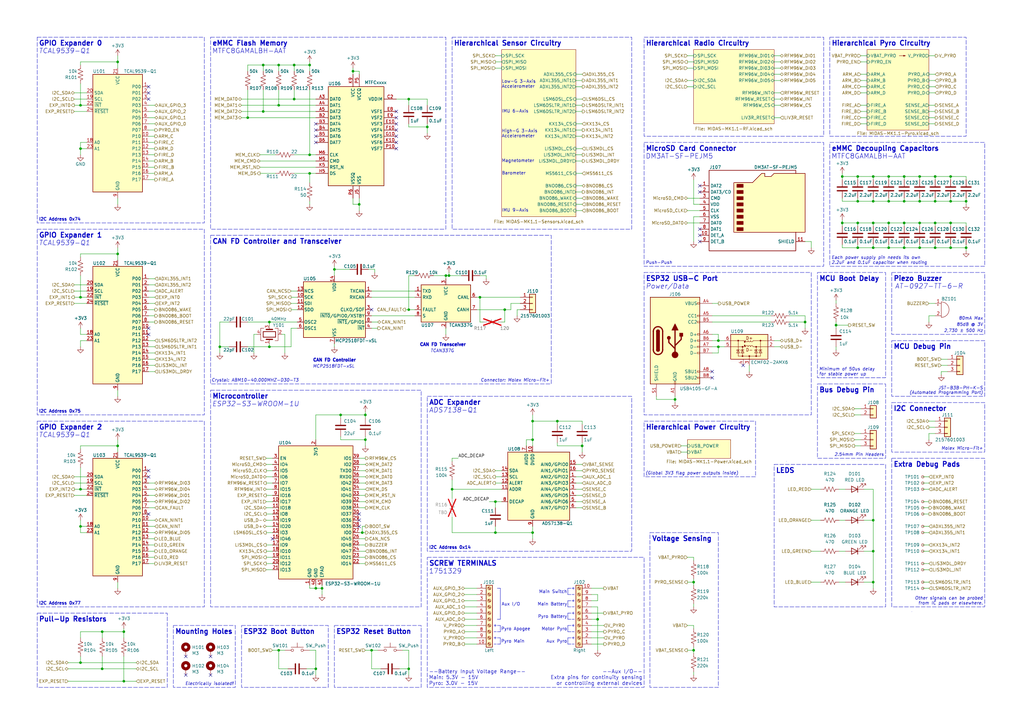
<source format=kicad_sch>
(kicad_sch (version 20230121) (generator eeschema)
  (paper "A3")
  (title_block (title "MIDAS MK1.1") (date "2024-09-03") (rev "B") (company "Illinois Space Society") (comment 3 "Jacob Johnson") (comment 4 "Contributors: Thomas McManamen, Peter Giannetos, Quinn Athas, Jason Yan, Theodore Ng,"))
  (lib_symbols
    (symbol "Analog_ADC_Texas:ADS7138-Q1"
      (property "Reference" "U" (at -12.065 14.605 0))
      (property "Value" "ADS7138-Q1" (at 6.985 14.605 0))
      (symbol "ADS7138-Q1_0_0"
        (pin bidirectional line (at 15.24 2.54 180) (length 2.54) (name "ANI2/GPIO2") (number "1"))
        (pin power_in line (at -2.54 15.24 270) (length 2.54) (name "DVDD") (number "10"))
        (pin input line (at -15.24 -2.54 0) (length 2.54) (name "ADDR") (number "11"))
        (pin output line (at -15.24 0 0) (length 2.54) (name "ALERT") (number "12"))
        (pin input line (at -15.24 2.54 0) (length 2.54) (name "SCL") (number "13"))
        (pin bidirectional line (at -15.24 5.08 0) (length 2.54) (name "SDA") (number "14"))
        (pin bidirectional line (at 15.24 7.62 180) (length 2.54) (name "AIN0/GPIO0") (number "15"))
        (pin bidirectional line (at 15.24 5.08 180) (length 2.54) (name "AIN1/GPIO1") (number "16"))
        (pin bidirectional line (at 15.24 0 180) (length 2.54) (name "AIN3/GPIO3") (number "2"))
        (pin bidirectional line (at 15.24 -2.54 180) (length 2.54) (name "AIN4/GPIO4") (number "3"))
        (pin bidirectional line (at 15.24 -5.08 180) (length 2.54) (name "AIN5/GPIO5") (number "4"))
        (pin bidirectional line (at 15.24 -7.62 180) (length 2.54) (name "AIN6/GPIO6") (number "5"))
        (pin bidirectional line (at 15.24 -10.16 180) (length 2.54) (name "AIN7/GPIO7") (number "6"))
        (pin power_in line (at -5.08 15.24 270) (length 2.54) (name "AVDD") (number "7"))
        (pin power_in line (at -15.24 -7.62 0) (length 2.54) (name "DECAP") (number "8"))
        (pin power_in line (at -2.54 -17.78 90) (length 2.54) (name "GND") (number "9"))
      )
      (symbol "ADS7138-Q1_1_0"
        (pin power_in line (at -2.54 -17.78 90) (length 2.54) hide (name "EPAD") (number "17"))
      )
    )
    (symbol "Connector:Micro_SD_Card_Det2"
      (property "Reference" "J" (at -16.51 17.78 0))
      (property "Value" "Micro_SD_Card_Det2" (at 16.51 17.78 0))
      (symbol "Micro_SD_Card_Det2_1_1"
        (pin bidirectional line (at -22.86 10.16 0) (length 3.81) (name "DAT2") (number "1"))
        (pin passive line (at -22.86 -10.16 0) (length 3.81) (name "DET_A") (number "10"))
        (pin passive line (at 20.32 -12.7 180) (length 3.81) (name "SHIELD") (number "11"))
        (pin bidirectional line (at -22.86 7.62 0) (length 3.81) (name "DAT3/CD") (number "2"))
        (pin input line (at -22.86 5.08 0) (length 3.81) (name "CMD") (number "3"))
        (pin power_in line (at -22.86 2.54 0) (length 3.81) (name "VDD") (number "4"))
        (pin input line (at -22.86 0 0) (length 3.81) (name "CLK") (number "5"))
        (pin power_in line (at -22.86 -2.54 0) (length 3.81) (name "VSS") (number "6"))
        (pin bidirectional line (at -22.86 -5.08 0) (length 3.81) (name "DAT0") (number "7"))
        (pin bidirectional line (at -22.86 -7.62 0) (length 3.81) (name "DAT1") (number "8"))
        (pin passive line (at -22.86 -12.7 0) (length 3.81) (name "DET_B") (number "9"))
      )
    )
    (symbol "Connector:Screw_Terminal_01x10" (pin_names (offset 1.016) hide)
      (property "Reference" "J" (at 0 12.7 0))
      (property "Value" "Screw_Terminal_01x10" (at 0 -15.24 0))
      (symbol "Screw_Terminal_01x10_1_1"
        (pin passive line (at -5.08 10.16 0) (length 3.81) (name "Pin_1") (number "1"))
        (pin passive line (at -5.08 -12.7 0) (length 3.81) (name "Pin_10") (number "10"))
        (pin passive line (at -5.08 7.62 0) (length 3.81) (name "Pin_2") (number "2"))
        (pin passive line (at -5.08 5.08 0) (length 3.81) (name "Pin_3") (number "3"))
        (pin passive line (at -5.08 2.54 0) (length 3.81) (name "Pin_4") (number "4"))
        (pin passive line (at -5.08 0 0) (length 3.81) (name "Pin_5") (number "5"))
        (pin passive line (at -5.08 -2.54 0) (length 3.81) (name "Pin_6") (number "6"))
        (pin passive line (at -5.08 -5.08 0) (length 3.81) (name "Pin_7") (number "7"))
        (pin passive line (at -5.08 -7.62 0) (length 3.81) (name "Pin_8") (number "8"))
        (pin passive line (at -5.08 -10.16 0) (length 3.81) (name "Pin_9") (number "9"))
      )
    )
    (symbol "Connector:TestPoint_Small" (pin_numbers hide) (pin_names (offset 0.762) hide)
      (property "Reference" "TP" (at 0 3.81 0))
      (property "Value" "TestPoint_Small" (at 0 2.032 0))
      (symbol "TestPoint_Small_1_1"
        (pin passive line (at 0 0 90) (length 0) (name "1") (number "1"))
      )
    )
    (symbol "Connector:USB_C_Receptacle_USB2.0" (pin_names (offset 1.016))
      (property "Reference" "J101" (at 0 22.86 0))
      (property "Value" "USB4105-GF-A" (at 0 20.32 0))
      (symbol "USB_C_Receptacle_USB2.0_1_1"
        (pin passive line (at 0 -22.86 90) (length 5.08) (name "GND") (number "A1"))
        (pin passive line (at 0 -22.86 90) (length 5.08) hide (name "GND") (number "A12"))
        (pin passive line (at 15.24 15.24 180) (length 5.08) (name "VBUS") (number "A4"))
        (pin bidirectional line (at 15.24 10.16 180) (length 5.08) (name "CC1") (number "A5"))
        (pin bidirectional line (at 15.24 2.54 180) (length 5.08) (name "D+") (number "A6"))
        (pin bidirectional line (at 15.24 -2.54 180) (length 5.08) (name "D-") (number "A7"))
        (pin bidirectional line (at 15.24 -12.7 180) (length 5.08) (name "SBU1") (number "A8"))
        (pin passive line (at 15.24 15.24 180) (length 5.08) hide (name "VBUS") (number "A9"))
        (pin passive line (at 0 -22.86 90) (length 5.08) hide (name "GND") (number "B1"))
        (pin passive line (at 0 -22.86 90) (length 5.08) hide (name "GND") (number "B12"))
        (pin passive line (at 15.24 15.24 180) (length 5.08) hide (name "VBUS") (number "B4"))
        (pin bidirectional line (at 15.24 7.62 180) (length 5.08) (name "CC2") (number "B5"))
        (pin bidirectional line (at 15.24 0 180) (length 5.08) (name "D+") (number "B6"))
        (pin bidirectional line (at 15.24 -5.08 180) (length 5.08) (name "D-") (number "B7"))
        (pin bidirectional line (at 15.24 -15.24 180) (length 5.08) (name "SBU2") (number "B8"))
        (pin passive line (at 15.24 15.24 180) (length 5.08) hide (name "VBUS") (number "B9"))
        (pin passive line (at -7.62 -22.86 90) (length 5.08) (name "SHIELD") (number "S1"))
      )
    )
    (symbol "Connector_Generic:Conn_01x02" (pin_names (offset 1.016) hide)
      (property "Reference" "J" (at 0 2.54 0))
      (property "Value" "Conn_01x02" (at 0 -5.08 0))
      (symbol "Conn_01x02_1_1"
        (pin passive line (at -5.08 0 0) (length 3.81) (name "Pin_1") (number "1"))
        (pin passive line (at -5.08 -2.54 0) (length 3.81) (name "Pin_2") (number "2"))
      )
    )
    (symbol "Connector_Generic:Conn_01x03" (pin_names (offset 1.016) hide)
      (property "Reference" "J" (at 0 5.08 0))
      (property "Value" "Conn_01x03" (at 0 -5.08 0))
      (symbol "Conn_01x03_1_1"
        (pin passive line (at -5.08 2.54 0) (length 3.81) (name "Pin_1") (number "1"))
        (pin passive line (at -5.08 0 0) (length 3.81) (name "Pin_2") (number "2"))
        (pin passive line (at -5.08 -2.54 0) (length 3.81) (name "Pin_3") (number "3"))
      )
    )
    (symbol "Device:Buzzer" (pin_names (offset 0.0254) hide)
      (property "Reference" "BZ" (at 3.81 1.27 0))
      (property "Value" "Buzzer" (at 3.81 -1.27 0))
      (symbol "Buzzer_1_1"
        (pin passive line (at -2.54 2.54 0) (length 2.54) (name "-") (number "1"))
        (pin passive line (at -2.54 -2.54 0) (length 2.54) (name "+") (number "2"))
      )
    )
    (symbol "Device:C" (pin_numbers hide) (pin_names (offset 0.254))
      (property "Reference" "C" (at 0.635 2.54 0))
      (property "Value" "C" (at 0.635 -2.54 0))
      (symbol "C_1_1"
        (pin passive line (at 0 3.81 270) (length 2.794) (name "~") (number "1"))
        (pin passive line (at 0 -3.81 90) (length 2.794) (name "~") (number "2"))
      )
    )
    (symbol "Device:Crystal_GND24" (pin_names (offset 1.016) hide)
      (property "Reference" "Y" (at 3.175 5.08 0))
      (property "Value" "Crystal_GND24" (at 3.175 3.175 0))
      (symbol "Crystal_GND24_1_1"
        (pin passive line (at -3.81 0 0) (length 1.27) (name "1") (number "1"))
        (pin passive line (at 0 5.08 270) (length 1.27) (name "2") (number "2"))
        (pin passive line (at 3.81 0 180) (length 1.27) (name "3") (number "3"))
        (pin passive line (at 0 -5.08 90) (length 1.27) (name "4") (number "4"))
      )
    )
    (symbol "Device:LED" (pin_numbers hide) (pin_names (offset 1.016) hide)
      (property "Reference" "D" (at 0 2.54 0))
      (property "Value" "LED" (at 0 -2.54 0))
      (symbol "LED_1_1"
        (pin passive line (at -3.81 0 0) (length 2.54) (name "K") (number "1"))
        (pin passive line (at 3.81 0 180) (length 2.54) (name "A") (number "2"))
      )
    )
    (symbol "Device:R_US" (pin_numbers hide) (pin_names (offset 0))
      (property "Reference" "R" (at 2.54 0 90))
      (property "Value" "R_US" (at -2.54 0 90))
      (symbol "R_US_1_1"
        (pin passive line (at 0 3.81 270) (length 1.27) (name "~") (number "1"))
        (pin passive line (at 0 -3.81 90) (length 1.27) (name "~") (number "2"))
      )
    )
    (symbol "GND_8" (power) (pin_names (offset 0))
      (property "Value" "GND_8" (at 0 -3.81 0))
      (symbol "GND_8_1_1"
        (pin power_in line (at 0 0 270) (length 0) hide (name "GND") (number "1"))
      )
    )
    (symbol "Graphic:SYM_Arrow_Tiny" (in_bom no) (on_board no))
    (symbol "Interface_CAN_LIN:TCAN337G"
      (property "Reference" "U107" (at -10.16 8.89 0))
      (property "Value" "TCAN337G" (at 1.27 -8.89 0))
      (symbol "TCAN337G_1_1"
        (pin input line (at -12.7 5.08 0) (length 2.54) (name "TXD") (number "1"))
        (pin power_in line (at 0 -10.16 90) (length 2.54) (name "GND") (number "2"))
        (pin power_in line (at 0 10.16 270) (length 2.54) (name "VCC") (number "3"))
        (pin tri_state line (at -12.7 2.54 0) (length 2.54) (name "RXD") (number "4"))
        (pin open_collector line (at -12.7 -2.54 0) (length 2.54) (name "FAULT") (number "5"))
        (pin bidirectional line (at 12.7 2.54 180) (length 2.54) (name "CANL") (number "6"))
        (pin bidirectional line (at 12.7 -2.54 180) (length 2.54) (name "CANH") (number "7"))
        (pin input line (at -12.7 -5.08 0) (length 2.54) (name "S") (number "8"))
      )
    )
    (symbol "Interface_CAN_Microchip:MCP2518FDT-xSL" (pin_names (offset 0.254))
      (property "Reference" "U" (at -11.43 12.7 0))
      (property "Value" "MCP2518FDT-xSL" (at 10.16 -12.7 0))
      (symbol "MCP2518FDT-xSL_1_1"
        (pin output line (at 15.24 7.62 180) (length 2.54) (name "TXCAN") (number "1"))
        (pin input line (at -15.24 5.08 0) (length 2.54) (name "SCK") (number "10"))
        (pin input line (at -15.24 2.54 0) (length 2.54) (name "SDI") (number "11"))
        (pin output line (at -15.24 0 0) (length 2.54) (name "SDO") (number "12"))
        (pin input line (at -15.24 7.62 0) (length 2.54) (name "NCS") (number "13"))
        (pin power_in line (at 0 13.97 270) (length 2.54) (name "VDD") (number "14"))
        (pin input line (at 15.24 5.08 180) (length 2.54) (name "RXCAN") (number "2"))
        (pin output line (at 15.24 0 180) (length 2.54) (name "CLKO/SOF") (number "3"))
        (pin output line (at 15.24 -7.62 180) (length 2.54) (name "~{INT}") (number "4"))
        (pin output line (at -15.24 -5.08 0) (length 2.54) (name "OSC2") (number "5"))
        (pin input line (at -15.24 -7.62 0) (length 2.54) (name "OSC1") (number "6"))
        (pin power_in line (at 0 -13.97 90) (length 2.54) (name "VSS") (number "7"))
        (pin bidirectional line (at 15.24 -5.08 180) (length 2.54) (name "~{INT1}/GPIO1") (number "8"))
        (pin bidirectional line (at 15.24 -2.54 180) (length 2.54) (name "~{INT0}/GPIO0/XSTBY") (number "9"))
      )
    )
    (symbol "Interface_Expander_Texas:TCAL9539-Q1"
      (property "Reference" "U" (at -12.065 24.765 0))
      (property "Value" "TCAL9539-Q1" (at 10.16 24.765 0))
      (symbol "TCAL9539-Q1_0_0"
        (pin bidirectional line (at 12.7 17.78 180) (length 2.54) (name "P00") (number "1"))
        (pin bidirectional line (at 12.7 -2.54 180) (length 2.54) (name "P10") (number "10"))
        (pin bidirectional line (at 12.7 -5.08 180) (length 2.54) (name "P11") (number "11"))
        (pin bidirectional line (at 12.7 -7.62 180) (length 2.54) (name "P12") (number "12"))
        (pin bidirectional line (at 12.7 -10.16 180) (length 2.54) (name "P13") (number "13"))
        (pin bidirectional line (at 12.7 -12.7 180) (length 2.54) (name "P14") (number "14"))
        (pin bidirectional line (at 12.7 -15.24 180) (length 2.54) (name "P15") (number "15"))
        (pin bidirectional line (at 12.7 -17.78 180) (length 2.54) (name "P16") (number "16"))
        (pin bidirectional line (at 12.7 -20.32 180) (length 2.54) (name "P17") (number "17"))
        (pin input line (at -12.7 -5.08 0) (length 2.54) (name "A0") (number "18"))
        (pin input line (at -12.7 12.7 0) (length 2.54) (name "SCL") (number "19"))
        (pin bidirectional line (at 12.7 15.24 180) (length 2.54) (name "P01") (number "2"))
        (pin bidirectional line (at -12.7 15.24 0) (length 2.54) (name "SDA") (number "20"))
        (pin power_in line (at 0 25.4 270) (length 2.54) (name "VCC") (number "21"))
        (pin output line (at -12.7 10.16 0) (length 2.54) (name "~{INT}") (number "22"))
        (pin input line (at -12.7 -7.62 0) (length 2.54) (name "A1") (number "23"))
        (pin input line (at -12.7 7.62 0) (length 2.54) (name "~{RESET}") (number "24"))
        (pin bidirectional line (at 12.7 12.7 180) (length 2.54) (name "P02") (number "3"))
        (pin input line (at 12.7 10.16 180) (length 2.54) (name "P03") (number "4"))
        (pin bidirectional line (at 12.7 7.62 180) (length 2.54) (name "P04") (number "5"))
        (pin bidirectional line (at 12.7 5.08 180) (length 2.54) (name "P05") (number "6"))
        (pin bidirectional line (at 12.7 2.54 180) (length 2.54) (name "P06") (number "7"))
        (pin bidirectional line (at 12.7 0 180) (length 2.54) (name "P07") (number "8"))
        (pin power_in line (at 0 -27.94 90) (length 2.54) (name "GND") (number "9"))
      )
      (symbol "TCAL9539-Q1_1_0"
        (pin power_in line (at 0 -27.94 90) (length 2.54) hide (name "GND") (number "25"))
      )
    )
    (symbol "MCU_ESP32:ESP32-S3-WROOM-1U"
      (property "Reference" "U" (at -14.605 29.21 0))
      (property "Value" "ESP32-S3-WROOM-1U" (at 13.97 29.21 0))
      (symbol "ESP32-S3-WROOM-1U_1_1"
        (pin power_in line (at -2.54 -29.21 90) (length 2.54) (name "GND") (number "1"))
        (pin bidirectional line (at -17.78 5.08 0) (length 2.54) (name "IO17") (number "10"))
        (pin bidirectional line (at -17.78 2.54 0) (length 2.54) (name "IO18") (number "11"))
        (pin bidirectional line (at -17.78 0 0) (length 2.54) (name "IO8") (number "12"))
        (pin bidirectional line (at -17.78 -2.54 0) (length 2.54) (name "IO19") (number "13"))
        (pin bidirectional line (at -17.78 -5.08 0) (length 2.54) (name "IO20") (number "14"))
        (pin bidirectional line (at -17.78 -7.62 0) (length 2.54) (name "IO3") (number "15"))
        (pin bidirectional line (at -17.78 -10.16 0) (length 2.54) (name "IO46") (number "16"))
        (pin bidirectional line (at -17.78 -12.7 0) (length 2.54) (name "IO9") (number "17"))
        (pin bidirectional line (at -17.78 -15.24 0) (length 2.54) (name "IO10") (number "18"))
        (pin bidirectional line (at -17.78 -17.78 0) (length 2.54) (name "IO11") (number "19"))
        (pin power_in line (at 0 30.48 270) (length 2.54) (name "3V3") (number "2"))
        (pin bidirectional line (at -17.78 -20.32 0) (length 2.54) (name "IO12") (number "20"))
        (pin bidirectional line (at -17.78 -22.86 0) (length 2.54) (name "IO13") (number "21"))
        (pin bidirectional line (at 17.78 -20.32 180) (length 2.54) (name "IO14") (number "22"))
        (pin bidirectional line (at 17.78 -17.78 180) (length 2.54) (name "IO21") (number "23"))
        (pin bidirectional line (at 17.78 -15.24 180) (length 2.54) (name "IO47") (number "24"))
        (pin bidirectional line (at 17.78 -12.7 180) (length 2.54) (name "IO48") (number "25"))
        (pin bidirectional line (at 17.78 -10.16 180) (length 2.54) (name "IO45") (number "26"))
        (pin bidirectional line (at 17.78 -7.62 180) (length 2.54) (name "IO0") (number "27"))
        (pin bidirectional line (at 17.78 -5.08 180) (length 2.54) (name "IO35") (number "28"))
        (pin bidirectional line (at 17.78 -2.54 180) (length 2.54) (name "IO36") (number "29"))
        (pin input line (at -17.78 22.86 0) (length 2.54) (name "EN") (number "3"))
        (pin bidirectional line (at 17.78 0 180) (length 2.54) (name "IO37") (number "30"))
        (pin bidirectional line (at 17.78 2.54 180) (length 2.54) (name "IO38") (number "31"))
        (pin bidirectional line (at 17.78 5.08 180) (length 2.54) (name "IO39") (number "32"))
        (pin bidirectional line (at 17.78 7.62 180) (length 2.54) (name "IO40") (number "33"))
        (pin bidirectional line (at 17.78 10.16 180) (length 2.54) (name "IO41") (number "34"))
        (pin bidirectional line (at 17.78 12.7 180) (length 2.54) (name "IO42") (number "35"))
        (pin bidirectional line (at 17.78 15.24 180) (length 2.54) (name "RXD0") (number "36"))
        (pin bidirectional line (at 17.78 17.78 180) (length 2.54) (name "TXD0") (number "37"))
        (pin bidirectional line (at 17.78 20.32 180) (length 2.54) (name "IO2") (number "38"))
        (pin bidirectional line (at 17.78 22.86 180) (length 2.54) (name "IO1") (number "39"))
        (pin bidirectional line (at -17.78 20.32 0) (length 2.54) (name "IO4") (number "4"))
        (pin power_in line (at 0 -29.21 90) (length 2.54) (name "GND") (number "40"))
        (pin power_out line (at 2.54 -29.21 90) (length 2.54) (name "EPAD") (number "41"))
        (pin bidirectional line (at -17.78 17.78 0) (length 2.54) (name "IO5") (number "5"))
        (pin bidirectional line (at -17.78 15.24 0) (length 2.54) (name "IO6") (number "6"))
        (pin bidirectional line (at -17.78 12.7 0) (length 2.54) (name "IO7") (number "7"))
        (pin bidirectional line (at -17.78 10.16 0) (length 2.54) (name "IO15") (number "8"))
        (pin bidirectional line (at -17.78 7.62 0) (length 2.54) (name "IO16") (number "9"))
      )
    )
    (symbol "Mechanical:MountingHole_Pad" (pin_numbers hide) (pin_names (offset 1.016) hide)
      (property "Reference" "H" (at 0 6.35 0))
      (property "Value" "MountingHole_Pad" (at 0 4.445 0))
      (symbol "MountingHole_Pad_1_1"
        (pin input line (at 0 -2.54 90) (length 2.54) (name "1") (number "1"))
      )
    )
    (symbol "Memory_eMMC_Micron:MTFCxxxx"
      (property "Reference" "U" (at -12.7 22.86 0))
      (property "Value" "MTFCxxxx" (at 2.54 22.86 0))
      (symbol "MTFCxxxx_1_1"
        (pin no_connect line (at 15.24 -10.16 180) (length 5.08) hide (name "NC_1") (number "A1"))
        (pin no_connect line (at 15.24 -10.16 180) (length 5.08) hide (name "NC_5") (number "A10"))
        (pin no_connect line (at 15.24 -10.16 180) (length 5.08) hide (name "NC_6") (number "A11"))
        (pin no_connect line (at 15.24 -10.16 180) (length 5.08) hide (name "NC_7") (number "A12"))
        (pin no_connect line (at 15.24 -10.16 180) (length 5.08) hide (name "NC_8") (number "A13"))
        (pin no_connect line (at 15.24 -10.16 180) (length 5.08) hide (name "NC_9") (number "A14"))
        (pin no_connect line (at 15.24 -10.16 180) (length 5.08) hide (name "NC_2") (number "A2"))
        (pin bidirectional line (at -17.78 15.24 0) (length 5.08) (name "DAT0") (number "A3"))
        (pin bidirectional line (at -17.78 12.7 0) (length 5.08) (name "DAT1") (number "A4"))
        (pin bidirectional line (at -17.78 10.16 0) (length 5.08) (name "DAT2") (number "A5"))
        (pin power_in line (at 0 -25.4 90) (length 5.08) hide (name "VSS") (number "A6"))
        (pin no_connect line (at 15.24 -12.7 180) (length 5.08) hide (name "RFU_1") (number "A7"))
        (pin no_connect line (at 15.24 -10.16 180) (length 5.08) hide (name "NC_3") (number "A8"))
        (pin no_connect line (at 15.24 -10.16 180) (length 5.08) hide (name "NC_4") (number "A9"))
        (pin no_connect line (at 15.24 -10.16 180) (length 5.08) hide (name "NC_10") (number "B1"))
        (pin no_connect line (at 15.24 -10.16 180) (length 5.08) hide (name "NC_14") (number "B10"))
        (pin no_connect line (at 15.24 -10.16 180) (length 5.08) hide (name "NC_15") (number "B11"))
        (pin no_connect line (at 15.24 -10.16 180) (length 5.08) hide (name "NC_16") (number "B12"))
        (pin no_connect line (at 15.24 -10.16 180) (length 5.08) hide (name "NC_17") (number "B13"))
        (pin no_connect line (at 15.24 -10.16 180) (length 5.08) hide (name "NC_18") (number "B14"))
        (pin bidirectional line (at -17.78 7.62 0) (length 5.08) (name "DAT3") (number "B2"))
        (pin bidirectional line (at -17.78 5.08 0) (length 5.08) (name "DAT4") (number "B3"))
        (pin bidirectional line (at -17.78 2.54 0) (length 5.08) (name "DAT5") (number "B4"))
        (pin bidirectional line (at -17.78 0 0) (length 5.08) (name "DAT6") (number "B5"))
        (pin bidirectional line (at -17.78 -2.54 0) (length 5.08) (name "DAT7") (number "B6"))
        (pin no_connect line (at 15.24 -10.16 180) (length 5.08) hide (name "NC_11") (number "B7"))
        (pin no_connect line (at 15.24 -10.16 180) (length 5.08) hide (name "NC_12") (number "B8"))
        (pin no_connect line (at 15.24 -10.16 180) (length 5.08) hide (name "NC_13") (number "B9"))
        (pin no_connect line (at 15.24 -10.16 180) (length 5.08) hide (name "NC_19") (number "C1"))
        (pin no_connect line (at 15.24 -10.16 180) (length 5.08) hide (name "NC_25") (number "C10"))
        (pin no_connect line (at 15.24 -10.16 180) (length 5.08) hide (name "NC_26") (number "C11"))
        (pin no_connect line (at 15.24 -10.16 180) (length 5.08) hide (name "NC_27") (number "C12"))
        (pin no_connect line (at 15.24 -10.16 180) (length 5.08) hide (name "NC_28") (number "C13"))
        (pin no_connect line (at 15.24 -10.16 180) (length 5.08) hide (name "NC_29") (number "C14"))
        (pin power_in line (at 15.24 15.24 180) (length 5.08) (name "VDDIM") (number "C2"))
        (pin no_connect line (at 15.24 -10.16 180) (length 5.08) hide (name "NC_20") (number "C3"))
        (pin power_in line (at -2.54 -25.4 90) (length 5.08) hide (name "VSSQ") (number "C4"))
        (pin no_connect line (at 15.24 -10.16 180) (length 5.08) hide (name "NC_21") (number "C5"))
        (pin power_in line (at 0 25.4 270) (length 5.08) hide (name "VCCQ") (number "C6"))
        (pin no_connect line (at 15.24 -10.16 180) (length 5.08) hide (name "NC_22") (number "C7"))
        (pin no_connect line (at 15.24 -10.16 180) (length 5.08) hide (name "NC_23") (number "C8"))
        (pin no_connect line (at 15.24 -10.16 180) (length 5.08) hide (name "NC_24") (number "C9"))
        (pin no_connect line (at 15.24 -10.16 180) (length 5.08) hide (name "NC_30") (number "D1"))
        (pin no_connect line (at 15.24 -10.16 180) (length 5.08) hide (name "NC_34") (number "D12"))
        (pin no_connect line (at 15.24 -10.16 180) (length 5.08) hide (name "NC_35") (number "D13"))
        (pin no_connect line (at 15.24 -10.16 180) (length 5.08) hide (name "NC_36") (number "D14"))
        (pin no_connect line (at 15.24 -10.16 180) (length 5.08) hide (name "NC_31") (number "D2"))
        (pin no_connect line (at 15.24 -10.16 180) (length 5.08) hide (name "NC_32") (number "D3"))
        (pin no_connect line (at 15.24 -10.16 180) (length 5.08) hide (name "NC_33") (number "D4"))
        (pin no_connect line (at 15.24 -10.16 180) (length 5.08) hide (name "NC_37") (number "E1"))
        (pin bidirectional line (at 15.24 5.08 180) (length 5.08) (name "VSF3") (number "E10"))
        (pin no_connect line (at 15.24 -10.16 180) (length 5.08) hide (name "NC_40") (number "E12"))
        (pin no_connect line (at 15.24 -10.16 180) (length 5.08) hide (name "NC_41") (number "E13"))
        (pin no_connect line (at 15.24 -10.16 180) (length 5.08) hide (name "NC_42") (number "E14"))
        (pin no_connect line (at 15.24 -10.16 180) (length 5.08) hide (name "NC_38") (number "E2"))
        (pin no_connect line (at 15.24 -10.16 180) (length 5.08) hide (name "NC_39") (number "E3"))
        (pin no_connect line (at 15.24 -12.7 180) (length 5.08) hide (name "RFU_2") (number "E5"))
        (pin power_in line (at -2.54 25.4 270) (length 5.08) hide (name "VCC") (number "E6"))
        (pin power_in line (at 0 -25.4 90) (length 5.08) hide (name "VSS") (number "E7"))
        (pin bidirectional line (at 15.24 10.16 180) (length 5.08) (name "VSF1") (number "E8"))
        (pin bidirectional line (at 15.24 7.62 180) (length 5.08) (name "VSF2") (number "E9"))
        (pin no_connect line (at 15.24 -10.16 180) (length 5.08) hide (name "NC_43") (number "F1"))
        (pin bidirectional line (at 15.24 2.54 180) (length 5.08) (name "VSF4") (number "F10"))
        (pin no_connect line (at 15.24 -10.16 180) (length 5.08) hide (name "NC_46") (number "F12"))
        (pin no_connect line (at 15.24 -10.16 180) (length 5.08) hide (name "NC_47") (number "F13"))
        (pin no_connect line (at 15.24 -10.16 180) (length 5.08) hide (name "NC_48") (number "F14"))
        (pin no_connect line (at 15.24 -10.16 180) (length 5.08) hide (name "NC_44") (number "F2"))
        (pin no_connect line (at 15.24 -10.16 180) (length 5.08) hide (name "NC_45") (number "F3"))
        (pin power_in line (at -2.54 25.4 270) (length 5.08) hide (name "VCC") (number "F5"))
        (pin no_connect line (at 15.24 -10.16 180) (length 5.08) hide (name "NC_49") (number "G1"))
        (pin bidirectional line (at 15.24 0 180) (length 5.08) (name "VSF5") (number "G10"))
        (pin no_connect line (at 15.24 -10.16 180) (length 5.08) hide (name "NC_52") (number "G12"))
        (pin no_connect line (at 15.24 -10.16 180) (length 5.08) hide (name "NC_53") (number "G13"))
        (pin no_connect line (at 15.24 -10.16 180) (length 5.08) hide (name "NC_54") (number "G14"))
        (pin no_connect line (at 15.24 -10.16 180) (length 5.08) hide (name "NC_50") (number "G2"))
        (pin no_connect line (at 15.24 -10.16 180) (length 5.08) hide (name "NC_51") (number "G3"))
        (pin power_in line (at 0 -25.4 90) (length 5.08) hide (name "VSS") (number "G5"))
        (pin no_connect line (at 15.24 -10.16 180) (length 5.08) hide (name "NC_55") (number "H1"))
        (pin power_in line (at 0 -25.4 90) (length 5.08) hide (name "VSS") (number "H10"))
        (pin no_connect line (at 15.24 -10.16 180) (length 5.08) hide (name "NC_58") (number "H12"))
        (pin no_connect line (at 15.24 -10.16 180) (length 5.08) hide (name "NC_59") (number "H13"))
        (pin no_connect line (at 15.24 -10.16 180) (length 5.08) hide (name "NC_60") (number "H14"))
        (pin no_connect line (at 15.24 -10.16 180) (length 5.08) hide (name "NC_56") (number "H2"))
        (pin no_connect line (at 15.24 -10.16 180) (length 5.08) hide (name "NC_57") (number "H3"))
        (pin output line (at -17.78 -15.24 0) (length 5.08) (name "DS") (number "H5"))
        (pin no_connect line (at 15.24 -10.16 180) (length 5.08) hide (name "NC_61") (number "J1"))
        (pin power_in line (at -2.54 25.4 270) (length 5.08) hide (name "VCC") (number "J10"))
        (pin no_connect line (at 15.24 -10.16 180) (length 5.08) hide (name "NC_64") (number "J12"))
        (pin no_connect line (at 15.24 -10.16 180) (length 5.08) hide (name "NC_65") (number "J13"))
        (pin no_connect line (at 15.24 -10.16 180) (length 5.08) hide (name "NC_66") (number "J14"))
        (pin no_connect line (at 15.24 -10.16 180) (length 5.08) hide (name "NC_62") (number "J2"))
        (pin no_connect line (at 15.24 -10.16 180) (length 5.08) hide (name "NC_63") (number "J3"))
        (pin power_in line (at 0 -25.4 90) (length 5.08) (name "VSS") (number "J5"))
        (pin no_connect line (at 15.24 -10.16 180) (length 5.08) hide (name "NC_67") (number "K1"))
        (pin bidirectional line (at 15.24 -2.54 180) (length 5.08) (name "VSF6") (number "K10"))
        (pin no_connect line (at 15.24 -10.16 180) (length 5.08) hide (name "NC_70") (number "K12"))
        (pin no_connect line (at 15.24 -10.16 180) (length 5.08) hide (name "NC_71") (number "K13"))
        (pin no_connect line (at 15.24 -10.16 180) (length 5.08) hide (name "NC_72") (number "K14"))
        (pin no_connect line (at 15.24 -10.16 180) (length 5.08) hide (name "NC_68") (number "K2"))
        (pin no_connect line (at 15.24 -10.16 180) (length 5.08) hide (name "NC_69") (number "K3"))
        (pin input line (at -17.78 -12.7 0) (length 5.08) (name "RST_N") (number "K5"))
        (pin no_connect line (at 15.24 -12.7 180) (length 5.08) hide (name "RFU_3") (number "K6"))
        (pin no_connect line (at 15.24 -12.7 180) (length 5.08) hide (name "RFU_4") (number "K7"))
        (pin power_in line (at -2.54 -25.4 90) (length 5.08) hide (name "VSS") (number "K8"))
        (pin power_in line (at -2.54 25.4 270) (length 5.08) (name "VCC") (number "K9"))
        (pin no_connect line (at 15.24 -10.16 180) (length 5.08) hide (name "NC_73") (number "L1"))
        (pin no_connect line (at 15.24 -10.16 180) (length 5.08) hide (name "NC_76") (number "L12"))
        (pin no_connect line (at 15.24 -10.16 180) (length 5.08) hide (name "NC_77") (number "L13"))
        (pin no_connect line (at 15.24 -10.16 180) (length 5.08) hide (name "NC_78") (number "L14"))
        (pin no_connect line (at 15.24 -10.16 180) (length 5.08) hide (name "NC_74") (number "L2"))
        (pin no_connect line (at 15.24 -10.16 180) (length 5.08) hide (name "NC_75") (number "L3"))
        (pin no_connect line (at 15.24 -10.16 180) (length 5.08) hide (name "NC_79") (number "M1"))
        (pin no_connect line (at 15.24 -10.16 180) (length 5.08) hide (name "NC_85") (number "M10"))
        (pin no_connect line (at 15.24 -10.16 180) (length 5.08) hide (name "NC_86") (number "M11"))
        (pin no_connect line (at 15.24 -10.16 180) (length 5.08) hide (name "NC_87") (number "M12"))
        (pin no_connect line (at 15.24 -10.16 180) (length 5.08) hide (name "NC_88") (number "M13"))
        (pin no_connect line (at 15.24 -10.16 180) (length 5.08) hide (name "NC_89") (number "M14"))
        (pin no_connect line (at 15.24 -10.16 180) (length 5.08) hide (name "NC_80") (number "M2"))
        (pin no_connect line (at 15.24 -10.16 180) (length 5.08) hide (name "NC_81") (number "M3"))
        (pin power_in line (at 0 25.4 270) (length 5.08) hide (name "VCCQ") (number "M4"))
        (pin bidirectional line (at -17.78 -10.16 0) (length 5.08) (name "CMD") (number "M5"))
        (pin input line (at -17.78 -7.62 0) (length 5.08) (name "CLK") (number "M6"))
        (pin no_connect line (at 15.24 -10.16 180) (length 5.08) hide (name "NC_82") (number "M7"))
        (pin no_connect line (at 15.24 -10.16 180) (length 5.08) hide (name "NC_83") (number "M8"))
        (pin no_connect line (at 15.24 -10.16 180) (length 5.08) hide (name "NC_84") (number "M9"))
        (pin no_connect line (at 15.24 -10.16 180) (length 5.08) hide (name "NC_90") (number "N1"))
        (pin no_connect line (at 15.24 -10.16 180) (length 5.08) hide (name "NC_96") (number "N10"))
        (pin no_connect line (at 15.24 -10.16 180) (length 5.08) hide (name "NC_97") (number "N11"))
        (pin no_connect line (at 15.24 -10.16 180) (length 5.08) hide (name "NC_98") (number "N12"))
        (pin no_connect line (at 15.24 -10.16 180) (length 5.08) hide (name "NC_99") (number "N13"))
        (pin no_connect line (at 15.24 -10.16 180) (length 5.08) hide (name "NC_100") (number "N14"))
        (pin power_in line (at -2.54 -25.4 90) (length 5.08) hide (name "VSSQ") (number "N2"))
        (pin no_connect line (at 15.24 -10.16 180) (length 5.08) hide (name "NC_91") (number "N3"))
        (pin power_in line (at 0 25.4 270) (length 5.08) hide (name "VCCQ") (number "N4"))
        (pin power_in line (at -2.54 -25.4 90) (length 5.08) hide (name "VSSQ") (number "N5"))
        (pin no_connect line (at 15.24 -10.16 180) (length 5.08) hide (name "NC_92") (number "N6"))
        (pin no_connect line (at 15.24 -10.16 180) (length 5.08) hide (name "NC_93") (number "N7"))
        (pin no_connect line (at 15.24 -10.16 180) (length 5.08) hide (name "NC_94") (number "N8"))
        (pin no_connect line (at 15.24 -10.16 180) (length 5.08) hide (name "NC_95") (number "N9"))
        (pin no_connect line (at 15.24 -10.16 180) (length 5.08) hide (name "NC_101") (number "P1"))
        (pin bidirectional line (at 15.24 -5.08 180) (length 5.08) (name "VSF7") (number "P10"))
        (pin no_connect line (at 15.24 -10.16 180) (length 5.08) hide (name "NC_106") (number "P11"))
        (pin no_connect line (at 15.24 -10.16 180) (length 5.08) hide (name "NC_107") (number "P12"))
        (pin no_connect line (at 15.24 -10.16 180) (length 5.08) hide (name "NC_108") (number "P13"))
        (pin no_connect line (at 15.24 -10.16 180) (length 5.08) hide (name "NC_109") (number "P14"))
        (pin no_connect line (at 15.24 -10.16 180) (length 5.08) hide (name "NC_102") (number "P2"))
        (pin power_in line (at 0 25.4 270) (length 5.08) hide (name "VCCQ") (number "P3"))
        (pin power_in line (at -2.54 -25.4 90) (length 5.08) hide (name "VSSQ") (number "P4"))
        (pin power_in line (at 0 25.4 270) (length 5.08) (name "VCCQ") (number "P5"))
        (pin power_in line (at -2.54 -25.4 90) (length 5.08) (name "VSSQ") (number "P6"))
        (pin no_connect line (at 15.24 -10.16 180) (length 5.08) hide (name "NC_103") (number "P7"))
        (pin no_connect line (at 15.24 -10.16 180) (length 5.08) hide (name "NC_104") (number "P8"))
        (pin no_connect line (at 15.24 -10.16 180) (length 5.08) hide (name "NC_105") (number "P9"))
      )
    )
    (symbol "Power_Protection:ECMF02-2AMX6" (pin_names (offset 0.0254) hide)
      (property "Reference" "U" (at 0 10.16 0))
      (property "Value" "ECMF02-2AMX6" (at 0 7.62 0))
      (symbol "ECMF02-2AMX6_0_1"
        (text "D+" (at 0 3.556 0) (effects (font (size 1.27 1.27))))
        (text "D-" (at 0 -1.27 0) (effects (font (size 1.27 1.27))))
      )
      (symbol "ECMF02-2AMX6_1_1"
        (pin passive line (at -10.16 2.54 0) (length 2.54) (name "D+_in") (number "1"))
        (pin passive line (at -10.16 0 0) (length 2.54) (name "D-_in") (number "2"))
        (pin power_in line (at 0 -7.62 90) (length 2.54) (name "GND") (number "3"))
        (pin free line (at 2.54 -7.62 90) (length 2.54) (name "NC") (number "4"))
        (pin passive line (at 10.16 0 180) (length 2.54) (name "D-_out") (number "5"))
        (pin passive line (at 10.16 2.54 180) (length 2.54) (name "D+_out") (number "6"))
      )
    )
    (symbol "Switch:SW_Push" (pin_numbers hide) (pin_names (offset 1.016) hide)
      (property "Reference" "SW" (at 1.27 2.54 0))
      (property "Value" "SW_Push" (at 0 -1.524 0))
      (symbol "SW_Push_0_1"
        (pin passive line (at -5.08 0 0) (length 2.54) (name "1") (number "1"))
        (pin passive line (at 5.08 0 180) (length 2.54) (name "2") (number "2"))
      )
    )
    (symbol "power:+3V3" (power) (pin_names (offset 0))
      (property "Value" "+3V3" (at 0 3.556 0))
      (symbol "+3V3_1_1"
        (pin power_in line (at 0 0 90) (length 0) hide (name "+3V3") (number "1"))
      )
    )
    (symbol "power:GND" (power) (pin_names (offset 0))
      (property "Value" "GND" (at 0 -3.81 0))
      (symbol "GND_1_1"
        (pin power_in line (at 0 0 270) (length 0) hide (name "GND") (number "1"))
      )
    )
  )
  (junction (at 284.48 238.76))
  (junction (at 351.79 101.6))
  (junction (at 228.6 172.72))
  (junction (at 48.26 25.4))
  (junction (at 139.7 170.18))
  (junction (at 50.8 259.08))
  (junction (at 396.24 101.6))
  (junction (at 110.49 132.08))
  (junction (at 364.49 101.6))
  (junction (at 358.14 101.6))
  (junction (at 370.84 82.55))
  (junction (at 149.86 180.34))
  (junction (at 127 71.12))
  (junction (at 48.26 104.14))
  (junction (at 127 26.67))
  (junction (at 351.79 82.55))
  (junction (at 358.14 72.39))
  (junction (at 203.2 218.44))
  (junction (at 345.44 91.44))
  (junction (at 383.54 101.6))
  (junction (at 167.64 40.64))
  (junction (at 50.8 279.4))
  (junction (at 182.88 113.03))
  (junction (at 120.65 26.67))
  (junction (at 110.49 142.24))
  (junction (at 377.19 82.55))
  (junction (at 370.84 101.6))
  (junction (at 101.6 48.26))
  (junction (at 120.65 40.64))
  (junction (at 114.3 266.7))
  (junction (at 294.64 139.7))
  (junction (at 358.14 213.36))
  (junction (at 167.64 127))
  (junction (at 41.91 259.08))
  (junction (at 218.44 218.44))
  (junction (at 41.91 274.32))
  (junction (at 107.95 45.72))
  (junction (at 370.84 72.39))
  (junction (at 358.14 91.44))
  (junction (at 238.76 182.88))
  (junction (at 351.79 91.44))
  (junction (at 377.19 72.39))
  (junction (at 218.44 180.34))
  (junction (at 152.4 266.7))
  (junction (at 132.08 241.3))
  (junction (at 389.89 82.55))
  (junction (at 364.49 72.39))
  (junction (at 396.24 82.55))
  (junction (at 284.48 266.7))
  (junction (at 137.16 110.49))
  (junction (at 114.3 26.67))
  (junction (at 33.02 121.92))
  (junction (at 196.85 121.92))
  (junction (at 364.49 82.55))
  (junction (at 147.32 83.82))
  (junction (at 383.54 91.44))
  (junction (at 377.19 91.44))
  (junction (at 185.42 200.66))
  (junction (at 90.17 142.24))
  (junction (at 389.89 91.44))
  (junction (at 342.9 133.35))
  (junction (at 276.86 163.83))
  (junction (at 370.84 91.44))
  (junction (at 33.02 215.9))
  (junction (at 377.19 101.6))
  (junction (at 175.26 52.07))
  (junction (at 33.02 271.78))
  (junction (at 129.54 241.3))
  (junction (at 383.54 72.39))
  (junction (at 345.44 72.39))
  (junction (at 127 63.5))
  (junction (at 383.54 82.55))
  (junction (at 33.02 43.18))
  (junction (at 351.79 72.39))
  (junction (at 358.14 226.06))
  (junction (at 389.89 72.39))
  (junction (at 245.11 254))
  (junction (at 107.95 26.67))
  (junction (at 358.14 82.55))
  (junction (at 144.78 29.21))
  (junction (at 33.02 60.96))
  (junction (at 114.3 43.18))
  (junction (at 203.2 205.74))
  (junction (at 207.01 127))
  (junction (at 330.2 132.08))
  (junction (at 33.02 200.66))
  (junction (at 294.64 142.24))
  (junction (at 358.14 238.76))
  (junction (at 389.89 101.6))
  (junction (at 184.15 113.03))
  (junction (at 148.59 218.44))
  (junction (at 218.44 172.72))
  (junction (at 364.49 91.44))
  (junction (at 167.64 274.32))
  (junction (at 129.54 274.32))
  (junction (at 149.86 170.18))
  (junction (at 48.26 182.88))
  (no_connect (at 60.96 195.58))
  (no_connect (at 287.02 99.06))
  (no_connect (at 60.96 38.1))
  (no_connect (at 162.56 60.96))
  (no_connect (at 287.02 93.98))
  (no_connect (at 147.32 213.36))
  (no_connect (at 60.96 35.56))
  (no_connect (at 111.76 220.98))
  (no_connect (at 129.54 58.42))
  (no_connect (at 162.56 53.34))
  (no_connect (at 76.2 269.24))
  (no_connect (at 304.8 149.86))
  (no_connect (at 162.56 50.8))
  (no_connect (at 60.96 210.82))
  (no_connect (at 60.96 193.04))
  (no_connect (at 162.56 48.26))
  (no_connect (at 129.54 50.8))
  (no_connect (at 129.54 53.34))
  (no_connect (at 86.36 269.24))
  (no_connect (at 76.2 276.86))
  (no_connect (at 60.96 134.62))
  (no_connect (at 292.1 154.94))
  (no_connect (at 147.32 210.82))
  (no_connect (at 287.02 96.52))
  (no_connect (at 287.02 76.2))
  (no_connect (at 60.96 137.16))
  (no_connect (at 292.1 152.4))
  (no_connect (at 86.36 276.86))
  (no_connect (at 162.56 58.42))
  (no_connect (at 162.56 45.72))
  (no_connect (at 152.4 127))
  (no_connect (at 287.02 78.74))
  (no_connect (at 60.96 40.64))
  (no_connect (at 129.54 55.88))
  (no_connect (at 162.56 55.88))
  (no_connect (at 147.32 215.9))
  (wire (pts (xy 292.1 139.7) (xy 294.64 139.7)))
  (wire (pts (xy 107.95 45.72) (xy 129.54 45.72)))
  (wire (pts (xy 127 26.67) (xy 120.65 26.67)))
  (wire (pts (xy 245.11 248.92) (xy 245.11 254)))
  (wire (pts (xy 182.88 134.62) (xy 182.88 137.16)))
  (wire (pts (xy 242.57 241.3) (xy 247.65 241.3)))
  (wire (pts (xy 60.96 63.5) (xy 63.5 63.5)))
  (wire (pts (xy 152.4 134.62) (xy 154.94 134.62)))
  (wire (pts (xy 317.5 38.1) (xy 320.04 38.1)))
  (wire (pts (xy 281.94 266.7) (xy 284.48 266.7)))
  (polyline (pts (xy 203.962 254) (xy 205.232 254)))
  (wire (pts (xy 377.19 100.33) (xy 377.19 101.6)))
  (wire (pts (xy 389.89 100.33) (xy 389.89 101.6)))
  (wire (pts (xy 48.26 238.76) (xy 48.26 241.3)))
  (wire (pts (xy 228.6 182.88) (xy 238.76 182.88)))
  (polyline (pts (xy 232.918 246.38) (xy 234.188 246.38)))
  (wire (pts (xy 238.76 195.58) (xy 236.22 195.58)))
  (wire (pts (xy 137.16 110.49) (xy 137.16 109.22)))
  (wire (pts (xy 344.17 200.66) (xy 346.71 200.66)))
  (wire (pts (xy 48.26 180.34) (xy 48.26 182.88)))
  (wire (pts (xy 109.22 198.12) (xy 111.76 198.12)))
  (wire (pts (xy 109.22 193.04) (xy 111.76 193.04)))
  (wire (pts (xy 109.22 213.36) (xy 111.76 213.36)))
  (wire (pts (xy 342.9 133.35) (xy 342.9 134.62)))
  (wire (pts (xy 386.08 147.32) (xy 388.62 147.32)))
  (wire (pts (xy 228.6 172.72) (xy 238.76 172.72)))
  (wire (pts (xy 205.74 200.66) (xy 185.42 200.66)))
  (wire (pts (xy 377.19 81.28) (xy 377.19 82.55)))
  (polyline (pts (xy 205.232 254) (xy 205.232 241.3)))
  (wire (pts (xy 381 124.46) (xy 383.54 124.46)))
  (wire (pts (xy 317.5 25.4) (xy 320.04 25.4)))
  (wire (pts (xy 378.46 205.74) (xy 381 205.74)))
  (wire (pts (xy 342.9 123.19) (xy 342.9 124.46)))
  (wire (pts (xy 144.78 83.82) (xy 147.32 83.82)))
  (wire (pts (xy 292.1 142.24) (xy 294.64 142.24)))
  (wire (pts (xy 35.56 58.42) (xy 33.02 58.42)))
  (wire (pts (xy 358.14 241.3) (xy 358.14 238.76)))
  (wire (pts (xy 332.74 99.06) (xy 332.74 101.6)))
  (wire (pts (xy 281.94 86.36) (xy 287.02 86.36)))
  (wire (pts (xy 383.54 82.55) (xy 389.89 82.55)))
  (wire (pts (xy 355.6 30.48) (xy 353.06 30.48)))
  (wire (pts (xy 383.54 100.33) (xy 383.54 101.6)))
  (wire (pts (xy 147.32 200.66) (xy 149.86 200.66)))
  (wire (pts (xy 358.14 101.6) (xy 364.49 101.6)))
  (wire (pts (xy 63.5 53.34) (xy 60.96 53.34)))
  (wire (pts (xy 109.22 228.6) (xy 111.76 228.6)))
  (wire (pts (xy 381 177.8) (xy 383.54 177.8)))
  (wire (pts (xy 190.5 256.54) (xy 195.58 256.54)))
  (wire (pts (xy 60.96 55.88) (xy 63.5 55.88)))
  (wire (pts (xy 345.44 72.39) (xy 345.44 73.66)))
  (wire (pts (xy 114.3 26.67) (xy 114.3 29.21)))
  (wire (pts (xy 110.49 132.08) (xy 101.6 132.08)))
  (wire (pts (xy 236.22 53.34) (xy 238.76 53.34)))
  (wire (pts (xy 364.49 72.39) (xy 370.84 72.39)))
  (wire (pts (xy 350.52 177.8) (xy 353.06 177.8)))
  (wire (pts (xy 27.94 271.78) (xy 33.02 271.78)))
  (wire (pts (xy 129.54 241.3) (xy 127 241.3)))
  (wire (pts (xy 203.2 205.74) (xy 203.2 208.28)))
  (wire (pts (xy 323.85 132.08) (xy 330.2 132.08)))
  (wire (pts (xy 381 33.02) (xy 383.54 33.02)))
  (wire (pts (xy 152.4 121.92) (xy 170.18 121.92)))
  (wire (pts (xy 215.9 180.34) (xy 215.9 182.88)))
  (wire (pts (xy 109.22 200.66) (xy 111.76 200.66)))
  (wire (pts (xy 109.22 205.74) (xy 111.76 205.74)))
  (wire (pts (xy 284.48 275.59) (xy 284.48 276.86)))
  (wire (pts (xy 139.7 179.07) (xy 139.7 180.34)))
  (wire (pts (xy 317.5 139.7) (xy 320.04 139.7)))
  (wire (pts (xy 132.08 241.3) (xy 129.54 241.3)))
  (wire (pts (xy 389.89 91.44) (xy 396.24 91.44)))
  (wire (pts (xy 33.02 104.14) (xy 33.02 105.41)))
  (wire (pts (xy 127 26.67) (xy 127 25.4)))
  (wire (pts (xy 355.6 48.26) (xy 353.06 48.26)))
  (wire (pts (xy 203.2 22.86) (xy 205.74 22.86)))
  (wire (pts (xy 281.94 25.4) (xy 284.48 25.4)))
  (wire (pts (xy 358.14 91.44) (xy 364.49 91.44)))
  (wire (pts (xy 383.54 101.6) (xy 389.89 101.6)))
  (wire (pts (xy 33.02 271.78) (xy 55.88 271.78)))
  (wire (pts (xy 354.33 238.76) (xy 358.14 238.76)))
  (wire (pts (xy 30.48 116.84) (xy 35.56 116.84)))
  (wire (pts (xy 383.54 45.72) (xy 381 45.72)))
  (wire (pts (xy 101.6 26.67) (xy 101.6 29.21)))
  (wire (pts (xy 370.84 91.44) (xy 370.84 92.71)))
  (wire (pts (xy 358.14 213.36) (xy 354.33 213.36)))
  (polyline (pts (xy 234.188 259.08) (xy 232.918 259.08)))
  (wire (pts (xy 147.32 203.2) (xy 149.86 203.2)))
  (wire (pts (xy 276.86 162.56) (xy 276.86 163.83)))
  (wire (pts (xy 332.74 200.66) (xy 336.55 200.66)))
  (wire (pts (xy 317.5 22.86) (xy 320.04 22.86)))
  (wire (pts (xy 396.24 82.55) (xy 396.24 83.82)))
  (wire (pts (xy 358.14 213.36) (xy 358.14 226.06)))
  (wire (pts (xy 33.02 218.44) (xy 35.56 218.44)))
  (wire (pts (xy 63.5 114.3) (xy 60.96 114.3)))
  (wire (pts (xy 281.94 238.76) (xy 284.48 238.76)))
  (wire (pts (xy 110.49 142.24) (xy 110.49 140.97)))
  (wire (pts (xy 332.74 226.06) (xy 336.55 226.06)))
  (wire (pts (xy 48.26 104.14) (xy 48.26 106.68)))
  (wire (pts (xy 63.5 132.08) (xy 60.96 132.08)))
  (wire (pts (xy 284.48 256.54) (xy 281.94 256.54)))
  (wire (pts (xy 33.02 121.92) (xy 35.56 121.92)))
  (wire (pts (xy 345.44 90.17) (xy 345.44 91.44)))
  (polyline (pts (xy 205.232 264.16) (xy 205.232 261.62)))
  (wire (pts (xy 119.38 119.38) (xy 121.92 119.38)))
  (wire (pts (xy 370.84 91.44) (xy 377.19 91.44)))
  (wire (pts (xy 383.54 91.44) (xy 389.89 91.44)))
  (wire (pts (xy 284.48 257.81) (xy 284.48 256.54)))
  (wire (pts (xy 364.49 81.28) (xy 364.49 82.55)))
  (wire (pts (xy 127 36.83) (xy 127 63.5)))
  (wire (pts (xy 137.16 110.49) (xy 137.16 113.03)))
  (wire (pts (xy 60.96 223.52) (xy 63.5 223.52)))
  (wire (pts (xy 396.24 91.44) (xy 396.24 92.71)))
  (wire (pts (xy 236.22 83.82) (xy 238.76 83.82)))
  (wire (pts (xy 101.6 48.26) (xy 129.54 48.26)))
  (wire (pts (xy 344.17 226.06) (xy 346.71 226.06)))
  (wire (pts (xy 383.54 50.8) (xy 381 50.8)))
  (wire (pts (xy 317.5 43.18) (xy 320.04 43.18)))
  (wire (pts (xy 284.48 88.9) (xy 284.48 99.06)))
  (wire (pts (xy 177.8 113.03) (xy 182.88 113.03)))
  (wire (pts (xy 60.96 213.36) (xy 63.5 213.36)))
  (wire (pts (xy 212.09 127) (xy 213.36 127)))
  (wire (pts (xy 30.48 119.38) (xy 35.56 119.38)))
  (wire (pts (xy 185.42 212.09) (xy 185.42 218.44)))
  (wire (pts (xy 377.19 72.39) (xy 377.19 73.66)))
  (wire (pts (xy 281.94 228.6) (xy 284.48 228.6)))
  (wire (pts (xy 99.06 43.18) (xy 114.3 43.18)))
  (wire (pts (xy 358.14 82.55) (xy 364.49 82.55)))
  (wire (pts (xy 120.65 40.64) (xy 129.54 40.64)))
  (wire (pts (xy 33.02 60.96) (xy 33.02 63.5)))
  (wire (pts (xy 370.84 81.28) (xy 370.84 82.55)))
  (wire (pts (xy 383.54 48.26) (xy 381 48.26)))
  (wire (pts (xy 147.32 198.12) (xy 149.86 198.12)))
  (wire (pts (xy 184.15 113.03) (xy 189.23 113.03)))
  (wire (pts (xy 149.86 266.7) (xy 152.4 266.7)))
  (wire (pts (xy 48.26 22.86) (xy 48.26 25.4)))
  (wire (pts (xy 167.64 274.32) (xy 167.64 276.86)))
  (wire (pts (xy 99.06 40.64) (xy 120.65 40.64)))
  (wire (pts (xy 33.02 191.77) (xy 33.02 200.66)))
  (wire (pts (xy 127 240.03) (xy 127 241.3)))
  (wire (pts (xy 167.64 40.64) (xy 162.56 40.64)))
  (wire (pts (xy 378.46 238.76) (xy 381 238.76)))
  (wire (pts (xy 236.22 55.88) (xy 238.76 55.88)))
  (wire (pts (xy 396.24 81.28) (xy 396.24 82.55)))
  (wire (pts (xy 90.17 142.24) (xy 90.17 144.78)))
  (wire (pts (xy 238.76 198.12) (xy 236.22 198.12)))
  (wire (pts (xy 345.44 101.6) (xy 351.79 101.6)))
  (wire (pts (xy 119.38 124.46) (xy 121.92 124.46)))
  (wire (pts (xy 294.64 137.16) (xy 294.64 139.7)))
  (wire (pts (xy 109.22 195.58) (xy 111.76 195.58)))
  (wire (pts (xy 60.96 215.9) (xy 63.5 215.9)))
  (wire (pts (xy 63.5 228.6) (xy 60.96 228.6)))
  (wire (pts (xy 147.32 83.82) (xy 147.32 86.36)))
  (wire (pts (xy 60.96 226.06) (xy 63.5 226.06)))
  (wire (pts (xy 30.48 121.92) (xy 33.02 121.92)))
  (wire (pts (xy 48.26 25.4) (xy 48.26 27.94)))
  (wire (pts (xy 245.11 246.38) (xy 245.11 243.84)))
  (wire (pts (xy 60.96 144.78) (xy 63.5 144.78)))
  (polyline (pts (xy 232.918 251.46) (xy 234.188 251.46)))
  (wire (pts (xy 41.91 259.08) (xy 50.8 259.08)))
  (wire (pts (xy 218.44 172.72) (xy 218.44 180.34)))
  (wire (pts (xy 345.44 91.44) (xy 351.79 91.44)))
  (polyline (pts (xy 232.918 243.84) (xy 232.918 241.3)))
  (wire (pts (xy 110.49 142.24) (xy 101.6 142.24)))
  (wire (pts (xy 207.01 127) (xy 207.01 132.08)))
  (wire (pts (xy 281.94 22.86) (xy 284.48 22.86)))
  (wire (pts (xy 101.6 36.83) (xy 101.6 48.26)))
  (wire (pts (xy 120.65 36.83) (xy 120.65 40.64)))
  (wire (pts (xy 152.4 266.7) (xy 154.94 266.7)))
  (wire (pts (xy 33.02 137.16) (xy 35.56 137.16)))
  (wire (pts (xy 358.14 100.33) (xy 358.14 101.6)))
  (polyline (pts (xy 205.232 261.62) (xy 203.962 261.62)))
  (wire (pts (xy 364.49 72.39) (xy 364.49 73.66)))
  (wire (pts (xy 378.46 223.52) (xy 381 223.52)))
  (wire (pts (xy 236.22 43.18) (xy 238.76 43.18)))
  (wire (pts (xy 370.84 72.39) (xy 370.84 73.66)))
  (wire (pts (xy 190.5 251.46) (xy 195.58 251.46)))
  (wire (pts (xy 236.22 45.72) (xy 238.76 45.72)))
  (wire (pts (xy 383.54 72.39) (xy 389.89 72.39)))
  (wire (pts (xy 41.91 259.08) (xy 41.91 261.62)))
  (wire (pts (xy 351.79 100.33) (xy 351.79 101.6)))
  (wire (pts (xy 132.08 240.03) (xy 132.08 241.3)))
  (wire (pts (xy 190.5 264.16) (xy 195.58 264.16)))
  (wire (pts (xy 284.48 228.6) (xy 284.48 229.87)))
  (wire (pts (xy 355.6 43.18) (xy 353.06 43.18)))
  (wire (pts (xy 383.54 129.54) (xy 381 129.54)))
  (wire (pts (xy 190.5 259.08) (xy 195.58 259.08)))
  (polyline (pts (xy 232.918 259.08) (xy 232.918 256.54)))
  (wire (pts (xy 242.57 251.46) (xy 247.65 251.46)))
  (wire (pts (xy 107.95 26.67) (xy 114.3 26.67)))
  (wire (pts (xy 330.2 134.62) (xy 330.2 132.08)))
  (wire (pts (xy 199.39 113.03) (xy 199.39 114.3)))
  (wire (pts (xy 281.94 33.02) (xy 284.48 33.02)))
  (wire (pts (xy 218.44 215.9) (xy 218.44 218.44)))
  (wire (pts (xy 109.22 187.96) (xy 111.76 187.96)))
  (wire (pts (xy 60.96 220.98) (xy 63.5 220.98)))
  (wire (pts (xy 323.85 129.54) (xy 330.2 129.54)))
  (wire (pts (xy 60.96 66.04) (xy 63.5 66.04)))
  (wire (pts (xy 185.42 218.44) (xy 203.2 218.44)))
  (wire (pts (xy 281.94 81.28) (xy 287.02 81.28)))
  (wire (pts (xy 116.84 266.7) (xy 114.3 266.7)))
  (wire (pts (xy 378.46 241.3) (xy 381 241.3)))
  (wire (pts (xy 106.68 66.04) (xy 129.54 66.04)))
  (wire (pts (xy 196.85 121.92) (xy 213.36 121.92)))
  (wire (pts (xy 109.22 231.14) (xy 111.76 231.14)))
  (wire (pts (xy 152.4 119.38) (xy 170.18 119.38)))
  (wire (pts (xy 345.44 81.28) (xy 345.44 82.55)))
  (wire (pts (xy 284.48 266.7) (xy 284.48 267.97)))
  (wire (pts (xy 30.48 195.58) (xy 35.56 195.58)))
  (wire (pts (xy 30.48 45.72) (xy 35.56 45.72)))
  (wire (pts (xy 294.64 142.24) (xy 297.18 142.24)))
  (polyline (pts (xy 234.188 264.16) (xy 232.918 264.16)))
  (wire (pts (xy 167.64 127) (xy 170.18 127)))
  (wire (pts (xy 196.85 132.08) (xy 198.12 132.08)))
  (wire (pts (xy 190.5 246.38) (xy 195.58 246.38)))
  (wire (pts (xy 109.22 218.44) (xy 111.76 218.44)))
  (polyline (pts (xy 232.918 256.54) (xy 234.188 256.54)))
  (wire (pts (xy 147.32 231.14) (xy 149.86 231.14)))
  (polyline (pts (xy 234.188 248.92) (xy 232.918 248.92)))
  (wire (pts (xy 294.64 144.78) (xy 292.1 144.78)))
  (wire (pts (xy 317.5 33.02) (xy 320.04 33.02)))
  (wire (pts (xy 167.64 113.03) (xy 170.18 113.03)))
  (wire (pts (xy 396.24 72.39) (xy 396.24 73.66)))
  (wire (pts (xy 60.96 68.58) (xy 63.5 68.58)))
  (wire (pts (xy 381 22.86) (xy 383.54 22.86)))
  (wire (pts (xy 350.52 167.64) (xy 353.06 167.64)))
  (wire (pts (xy 281.94 35.56) (xy 284.48 35.56)))
  (wire (pts (xy 139.7 170.18) (xy 129.54 170.18)))
  (wire (pts (xy 147.32 220.98) (xy 149.86 220.98)))
  (wire (pts (xy 147.32 83.82) (xy 147.32 81.28)))
  (wire (pts (xy 120.65 26.67) (xy 120.65 29.21)))
  (wire (pts (xy 50.8 259.08) (xy 50.8 261.62)))
  (wire (pts (xy 139.7 170.18) (xy 149.86 170.18)))
  (wire (pts (xy 110.49 133.35) (xy 110.49 132.08)))
  (wire (pts (xy 109.22 210.82) (xy 111.76 210.82)))
  (wire (pts (xy 383.54 81.28) (xy 383.54 82.55)))
  (wire (pts (xy 218.44 170.18) (xy 218.44 172.72)))
  (wire (pts (xy 106.68 68.58) (xy 129.54 68.58)))
  (wire (pts (xy 121.92 132.08) (xy 110.49 132.08)))
  (wire (pts (xy 149.86 180.34) (xy 149.86 182.88)))
  (wire (pts (xy 358.14 81.28) (xy 358.14 82.55)))
  (wire (pts (xy 167.64 266.7) (xy 165.1 266.7)))
  (wire (pts (xy 184.15 113.03) (xy 182.88 113.03)))
  (wire (pts (xy 33.02 213.36) (xy 33.02 215.9)))
  (wire (pts (xy 330.2 99.06) (xy 332.74 99.06)))
  (wire (pts (xy 381 35.56) (xy 383.54 35.56)))
  (wire (pts (xy 127 71.12) (xy 127 74.93)))
  (wire (pts (xy 378.46 195.58) (xy 381 195.58)))
  (wire (pts (xy 317.5 40.64) (xy 320.04 40.64)))
  (wire (pts (xy 332.74 238.76) (xy 336.55 238.76)))
  (polyline (pts (xy 232.918 254) (xy 232.918 251.46)))
  (wire (pts (xy 109.22 223.52) (xy 111.76 223.52)))
  (wire (pts (xy 351.79 72.39) (xy 358.14 72.39)))
  (wire (pts (xy 147.32 218.44) (xy 148.59 218.44)))
  (wire (pts (xy 389.89 72.39) (xy 389.89 73.66)))
  (wire (pts (xy 203.2 198.12) (xy 205.74 198.12)))
  (wire (pts (xy 149.86 180.34) (xy 149.86 179.07)))
  (wire (pts (xy 377.19 91.44) (xy 383.54 91.44)))
  (wire (pts (xy 109.22 226.06) (xy 111.76 226.06)))
  (wire (pts (xy 120.65 71.12) (xy 127 71.12)))
  (wire (pts (xy 137.16 110.49) (xy 143.51 110.49)))
  (wire (pts (xy 147.32 187.96) (xy 149.86 187.96)))
  (wire (pts (xy 167.64 43.18) (xy 167.64 40.64)))
  (wire (pts (xy 350.52 170.18) (xy 353.06 170.18)))
  (wire (pts (xy 242.57 246.38) (xy 245.11 246.38)))
  (wire (pts (xy 238.76 205.74) (xy 236.22 205.74)))
  (wire (pts (xy 370.84 100.33) (xy 370.84 101.6)))
  (wire (pts (xy 182.88 113.03) (xy 182.88 114.3)))
  (wire (pts (xy 33.02 139.7) (xy 33.02 142.24)))
  (wire (pts (xy 127 82.55) (xy 127 83.82)))
  (wire (pts (xy 127 266.7) (xy 129.54 266.7)))
  (wire (pts (xy 185.42 189.23) (xy 185.42 187.96)))
  (wire (pts (xy 148.59 218.44) (xy 149.86 218.44)))
  (wire (pts (xy 381 30.48) (xy 383.54 30.48)))
  (wire (pts (xy 381 129.54) (xy 381 132.08)))
  (wire (pts (xy 378.46 200.66) (xy 381 200.66)))
  (wire (pts (xy 127 71.12) (xy 129.54 71.12)))
  (wire (pts (xy 109.22 233.68) (xy 111.76 233.68)))
  (wire (pts (xy 63.5 203.2) (xy 60.96 203.2)))
  (wire (pts (xy 144.78 29.21) (xy 144.78 30.48)))
  (wire (pts (xy 381 177.8) (xy 381 180.34)))
  (wire (pts (xy 236.22 35.56) (xy 238.76 35.56)))
  (wire (pts (xy 381 172.72) (xy 383.54 172.72)))
  (wire (pts (xy 30.48 43.18) (xy 33.02 43.18)))
  (wire (pts (xy 292.1 132.08) (xy 316.23 132.08)))
  (wire (pts (xy 109.22 208.28) (xy 111.76 208.28)))
  (wire (pts (xy 149.86 168.91) (xy 149.86 170.18)))
  (wire (pts (xy 48.26 81.28) (xy 48.26 83.82)))
  (wire (pts (xy 106.68 71.12) (xy 113.03 71.12)))
  (wire (pts (xy 195.58 121.92) (xy 196.85 121.92)))
  (polyline (pts (xy 234.188 254) (xy 232.918 254)))
  (wire (pts (xy 33.02 182.88) (xy 48.26 182.88)))
  (wire (pts (xy 33.02 184.15) (xy 33.02 182.88)))
  (wire (pts (xy 144.78 81.28) (xy 144.78 83.82)))
  (wire (pts (xy 147.32 223.52) (xy 149.86 223.52)))
  (wire (pts (xy 378.46 198.12) (xy 381 198.12)))
  (wire (pts (xy 147.32 208.28) (xy 149.86 208.28)))
  (polyline (pts (xy 234.188 243.84) (xy 232.918 243.84)))
  (wire (pts (xy 284.48 88.9) (xy 287.02 88.9)))
  (wire (pts (xy 63.5 50.8) (xy 60.96 50.8)))
  (wire (pts (xy 63.5 119.38) (xy 60.96 119.38)))
  (wire (pts (xy 111.76 266.7) (xy 114.3 266.7)))
  (wire (pts (xy 389.89 81.28) (xy 389.89 82.55)))
  (wire (pts (xy 358.14 72.39) (xy 358.14 73.66)))
  (wire (pts (xy 144.78 27.94) (xy 144.78 29.21)))
  (wire (pts (xy 389.89 92.71) (xy 389.89 91.44)))
  (wire (pts (xy 129.54 274.32) (xy 129.54 276.86)))
  (wire (pts (xy 30.48 124.46) (xy 35.56 124.46)))
  (wire (pts (xy 147.32 190.5) (xy 149.86 190.5)))
  (wire (pts (xy 118.11 274.32) (xy 114.3 274.32)))
  (wire (pts (xy 152.4 129.54) (xy 170.18 129.54)))
  (wire (pts (xy 355.6 50.8) (xy 353.06 50.8)))
  (polyline (pts (xy 203.962 241.3) (xy 205.232 241.3)))
  (wire (pts (xy 281.94 27.94) (xy 284.48 27.94)))
  (wire (pts (xy 344.17 238.76) (xy 346.71 238.76)))
  (wire (pts (xy 389.89 101.6) (xy 396.24 101.6)))
  (wire (pts (xy 139.7 170.18) (xy 139.7 171.45)))
  (wire (pts (xy 139.7 180.34) (xy 149.86 180.34)))
  (wire (pts (xy 378.46 233.68) (xy 381 233.68)))
  (wire (pts (xy 236.22 78.74) (xy 238.76 78.74)))
  (wire (pts (xy 370.84 101.6) (xy 377.19 101.6)))
  (wire (pts (xy 236.22 33.02) (xy 238.76 33.02)))
  (wire (pts (xy 364.49 82.55) (xy 370.84 82.55)))
  (wire (pts (xy 63.5 121.92) (xy 60.96 121.92)))
  (wire (pts (xy 238.76 203.2) (xy 236.22 203.2)))
  (wire (pts (xy 228.6 181.61) (xy 228.6 182.88)))
  (wire (pts (xy 381 175.26) (xy 383.54 175.26)))
  (wire (pts (xy 377.19 82.55) (xy 383.54 82.55)))
  (wire (pts (xy 129.54 266.7) (xy 129.54 274.32)))
  (wire (pts (xy 60.96 208.28) (xy 63.5 208.28)))
  (wire (pts (xy 353.06 22.86) (xy 355.6 22.86)))
  (wire (pts (xy 351.79 81.28) (xy 351.79 82.55)))
  (wire (pts (xy 294.64 139.7) (xy 297.18 139.7)))
  (wire (pts (xy 383.54 43.18) (xy 381 43.18)))
  (wire (pts (xy 60.96 205.74) (xy 63.5 205.74)))
  (wire (pts (xy 107.95 26.67) (xy 107.95 29.21)))
  (wire (pts (xy 358.14 226.06) (xy 358.14 238.76)))
  (wire (pts (xy 242.57 248.92) (xy 245.11 248.92)))
  (wire (pts (xy 60.96 73.66) (xy 63.5 73.66)))
  (wire (pts (xy 60.96 60.96) (xy 63.5 60.96)))
  (wire (pts (xy 93.98 142.24) (xy 90.17 142.24)))
  (wire (pts (xy 378.46 231.14) (xy 381 231.14)))
  (wire (pts (xy 209.55 124.46) (xy 213.36 124.46)))
  (polyline (pts (xy 232.918 241.3) (xy 234.188 241.3)))
  (polyline (pts (xy 232.918 248.92) (xy 232.918 246.38)))
  (wire (pts (xy 50.8 279.4) (xy 55.88 279.4)))
  (wire (pts (xy 120.65 63.5) (xy 127 63.5)))
  (polyline (pts (xy 205.232 256.54) (xy 203.962 256.54)))
  (wire (pts (xy 364.49 91.44) (xy 364.49 92.71)))
  (wire (pts (xy 116.84 137.16) (xy 116.84 144.78)))
  (wire (pts (xy 127 63.5) (xy 129.54 63.5)))
  (wire (pts (xy 99.06 45.72) (xy 107.95 45.72)))
  (wire (pts (xy 127 29.21) (xy 127 26.67)))
  (wire (pts (xy 101.6 26.67) (xy 107.95 26.67)))
  (wire (pts (xy 228.6 173.99) (xy 228.6 172.72)))
  (wire (pts (xy 50.8 257.81) (xy 50.8 259.08)))
  (wire (pts (xy 137.16 140.97) (xy 137.16 142.24)))
  (wire (pts (xy 344.17 213.36) (xy 346.71 213.36)))
  (wire (pts (xy 121.92 134.62) (xy 119.38 134.62)))
  (wire (pts (xy 351.79 91.44) (xy 351.79 92.71)))
  (wire (pts (xy 60.96 149.86) (xy 63.5 149.86)))
  (wire (pts (xy 33.02 215.9) (xy 33.02 218.44)))
  (wire (pts (xy 381 38.1) (xy 383.54 38.1)))
  (wire (pts (xy 383.54 91.44) (xy 383.54 92.71)))
  (wire (pts (xy 93.98 132.08) (xy 90.17 132.08)))
  (wire (pts (xy 364.49 91.44) (xy 370.84 91.44)))
  (wire (pts (xy 27.94 274.32) (xy 41.91 274.32)))
  (wire (pts (xy 218.44 172.72) (xy 228.6 172.72)))
  (wire (pts (xy 60.96 142.24) (xy 63.5 142.24)))
  (wire (pts (xy 35.56 139.7) (xy 33.02 139.7)))
  (wire (pts (xy 60.96 218.44) (xy 63.5 218.44)))
  (wire (pts (xy 116.84 137.16) (xy 115.57 137.16)))
  (wire (pts (xy 33.02 43.18) (xy 35.56 43.18)))
  (wire (pts (xy 185.42 187.96) (xy 187.96 187.96)))
  (wire (pts (xy 195.58 127) (xy 207.01 127)))
  (wire (pts (xy 147.32 195.58) (xy 149.86 195.58)))
  (wire (pts (xy 48.26 101.6) (xy 48.26 104.14)))
  (wire (pts (xy 269.24 162.56) (xy 269.24 163.83)))
  (wire (pts (xy 148.59 215.9) (xy 148.59 218.44)))
  (wire (pts (xy 354.33 226.06) (xy 358.14 226.06)))
  (wire (pts (xy 345.44 82.55) (xy 351.79 82.55)))
  (polyline (pts (xy 205.232 259.08) (xy 205.232 256.54)))
  (wire (pts (xy 114.3 43.18) (xy 129.54 43.18)))
  (wire (pts (xy 60.96 139.7) (xy 63.5 139.7)))
  (wire (pts (xy 284.48 83.82) (xy 287.02 83.82)))
  (wire (pts (xy 396.24 101.6) (xy 396.24 102.87)))
  (wire (pts (xy 185.42 200.66) (xy 185.42 196.85)))
  (polyline (pts (xy 203.962 264.16) (xy 205.232 264.16)))
  (wire (pts (xy 383.54 72.39) (xy 383.54 73.66)))
  (wire (pts (xy 30.48 38.1) (xy 35.56 38.1)))
  (wire (pts (xy 355.6 38.1) (xy 353.06 38.1)))
  (wire (pts (xy 358.14 91.44) (xy 358.14 92.71)))
  (wire (pts (xy 358.14 72.39) (xy 364.49 72.39)))
  (wire (pts (xy 147.32 226.06) (xy 149.86 226.06)))
  (wire (pts (xy 33.02 58.42) (xy 33.02 60.96)))
  (wire (pts (xy 330.2 129.54) (xy 330.2 132.08)))
  (wire (pts (xy 345.44 100.33) (xy 345.44 101.6)))
  (wire (pts (xy 114.3 36.83) (xy 114.3 43.18)))
  (wire (pts (xy 48.26 160.02) (xy 48.26 162.56)))
  (wire (pts (xy 33.02 261.62) (xy 33.02 259.08)))
  (wire (pts (xy 33.02 25.4) (xy 48.26 25.4)))
  (wire (pts (xy 119.38 142.24) (xy 110.49 142.24)))
  (wire (pts (xy 284.48 248.92) (xy 284.48 247.65)))
  (wire (pts (xy 389.89 82.55) (xy 396.24 82.55)))
  (wire (pts (xy 242.57 256.54) (xy 247.65 256.54)))
  (wire (pts (xy 381 210.82) (xy 378.46 210.82)))
  (wire (pts (xy 355.6 35.56) (xy 353.06 35.56)))
  (wire (pts (xy 378.46 226.06) (xy 381 226.06)))
  (wire (pts (xy 386.08 152.4) (xy 386.08 153.67)))
  (wire (pts (xy 167.64 127) (xy 167.64 113.03)))
  (wire (pts (xy 33.02 113.03) (xy 33.02 121.92)))
  (wire (pts (xy 236.22 60.96) (xy 238.76 60.96)))
  (wire (pts (xy 284.48 265.43) (xy 284.48 266.7)))
  (wire (pts (xy 317.5 142.24) (xy 320.04 142.24)))
  (wire (pts (xy 190.5 243.84) (xy 195.58 243.84)))
  (wire (pts (xy 238.76 193.04) (xy 236.22 193.04)))
  (wire (pts (xy 132.08 243.84) (xy 132.08 241.3)))
  (wire (pts (xy 147.32 193.04) (xy 149.86 193.04)))
  (wire (pts (xy 99.06 48.26) (xy 101.6 48.26)))
  (wire (pts (xy 147.32 228.6) (xy 149.86 228.6)))
  (wire (pts (xy 156.21 274.32) (xy 152.4 274.32)))
  (wire (pts (xy 60.96 200.66) (xy 63.5 200.66)))
  (wire (pts (xy 396.24 101.6) (xy 396.24 100.33)))
  (wire (pts (xy 236.22 63.5) (xy 238.76 63.5)))
  (wire (pts (xy 276.86 163.83) (xy 276.86 165.1)))
  (wire (pts (xy 317.5 48.26) (xy 320.04 48.26)))
  (wire (pts (xy 203.2 215.9) (xy 203.2 218.44)))
  (wire (pts (xy 106.68 63.5) (xy 113.03 63.5)))
  (wire (pts (xy 364.49 101.6) (xy 370.84 101.6)))
  (wire (pts (xy 196.85 121.92) (xy 196.85 132.08)))
  (wire (pts (xy 245.11 254) (xy 245.11 266.7)))
  (wire (pts (xy 63.5 48.26) (xy 60.96 48.26)))
  (wire (pts (xy 33.02 25.4) (xy 33.02 26.67)))
  (wire (pts (xy 30.48 40.64) (xy 35.56 40.64)))
  (wire (pts (xy 104.14 137.16) (xy 105.41 137.16)))
  (wire (pts (xy 345.44 72.39) (xy 351.79 72.39)))
  (wire (pts (xy 90.17 132.08) (xy 90.17 142.24)))
  (wire (pts (xy 119.38 142.24) (xy 119.38 134.62)))
  (wire (pts (xy 63.5 152.4) (xy 60.96 152.4)))
  (wire (pts (xy 33.02 269.24) (xy 33.02 271.78)))
  (wire (pts (xy 351.79 101.6) (xy 358.14 101.6)))
  (wire (pts (xy 166.37 127) (xy 167.64 127)))
  (wire (pts (xy 151.13 110.49) (xy 153.67 110.49)))
  (wire (pts (xy 358.14 200.66) (xy 354.33 200.66)))
  (wire (pts (xy 109.22 203.2) (xy 111.76 203.2)))
  (wire (pts (xy 60.96 129.54) (xy 63.5 129.54)))
  (wire (pts (xy 41.91 274.32) (xy 55.88 274.32)))
  (wire (pts (xy 345.44 92.71) (xy 345.44 91.44)))
  (wire (pts (xy 238.76 200.66) (xy 236.22 200.66)))
  (wire (pts (xy 236.22 66.04) (xy 238.76 66.04)))
  (wire (pts (xy 370.84 82.55) (xy 377.19 82.55)))
  (wire (pts (xy 389.89 72.39) (xy 396.24 72.39)))
  (wire (pts (xy 60.96 127) (xy 63.5 127)))
  (wire (pts (xy 33.02 104.14) (xy 48.26 104.14)))
  (wire (pts (xy 200.66 205.74) (xy 203.2 205.74)))
  (wire (pts (xy 353.06 182.88) (xy 350.52 182.88)))
  (wire (pts (xy 292.1 137.16) (xy 294.64 137.16)))
  (wire (pts (xy 33.02 60.96) (xy 35.56 60.96)))
  (wire (pts (xy 203.2 218.44) (xy 218.44 218.44)))
  (wire (pts (xy 386.08 149.86) (xy 388.62 149.86)))
  (wire (pts (xy 104.14 137.16) (xy 104.14 144.78)))
  (wire (pts (xy 342.9 132.08) (xy 342.9 133.35)))
  (wire (pts (xy 209.55 127) (xy 209.55 124.46)))
  (wire (pts (xy 147.32 29.21) (xy 147.32 30.48)))
  (wire (pts (xy 119.38 121.92) (xy 121.92 121.92)))
  (wire (pts (xy 60.96 116.84) (xy 63.5 116.84)))
  (wire (pts (xy 50.8 269.24) (xy 50.8 279.4)))
  (wire (pts (xy 153.67 110.49) (xy 153.67 111.76)))
  (wire (pts (xy 129.54 180.34) (xy 129.54 170.18)))
  (wire (pts (xy 60.96 124.46) (xy 63.5 124.46)))
  (wire (pts (xy 41.91 269.24) (xy 41.91 274.32)))
  (wire (pts (xy 147.32 205.74) (xy 149.86 205.74)))
  (wire (pts (xy 242.57 259.08) (xy 247.65 259.08)))
  (wire (pts (xy 152.4 266.7) (xy 152.4 274.32)))
  (wire (pts (xy 196.85 113.03) (xy 199.39 113.03)))
  (wire (pts (xy 190.5 254) (xy 195.58 254)))
  (wire (pts (xy 377.19 101.6) (xy 383.54 101.6)))
  (wire (pts (xy 60.96 43.18) (xy 63.5 43.18)))
  (wire (pts (xy 33.02 215.9) (xy 35.56 215.9)))
  (wire (pts (xy 242.57 264.16) (xy 247.65 264.16)))
  (wire (pts (xy 378.46 208.28) (xy 381 208.28)))
  (wire (pts (xy 190.5 248.92) (xy 195.58 248.92)))
  (wire (pts (xy 175.26 40.64) (xy 175.26 43.18)))
  (wire (pts (xy 284.48 238.76) (xy 284.48 240.03)))
  (wire (pts (xy 281.94 91.44) (xy 287.02 91.44)))
  (wire (pts (xy 351.79 72.39) (xy 351.79 73.66)))
  (wire (pts (xy 351.79 91.44) (xy 358.14 91.44)))
  (polyline (pts (xy 203.962 259.08) (xy 205.232 259.08)))
  (wire (pts (xy 292.1 129.54) (xy 316.23 129.54)))
  (wire (pts (xy 238.76 182.88) (xy 238.76 181.61)))
  (wire (pts (xy 167.64 266.7) (xy 167.64 274.32)))
  (wire (pts (xy 236.22 76.2) (xy 238.76 76.2)))
  (wire (pts (xy 154.94 132.08) (xy 152.4 132.08)))
  (wire (pts (xy 279.4 182.88) (xy 281.94 182.88)))
  (wire (pts (xy 48.26 182.88) (xy 48.26 185.42)))
  (wire (pts (xy 175.26 50.8) (xy 175.26 52.07)))
  (wire (pts (xy 203.2 195.58) (xy 205.74 195.58)))
  (wire (pts (xy 167.64 40.64) (xy 175.26 40.64)))
  (wire (pts (xy 276.86 163.83) (xy 269.24 163.83)))
  (wire (pts (xy 120.65 26.67) (xy 114.3 26.67)))
  (wire (pts (xy 33.02 134.62) (xy 33.02 137.16)))
  (wire (pts (xy 238.76 208.28) (xy 236.22 208.28)))
  (wire (pts (xy 212.09 127) (xy 212.09 129.54)))
  (wire (pts (xy 284.48 237.49) (xy 284.48 238.76)))
  (wire (pts (xy 236.22 40.64) (xy 238.76 40.64)))
  (wire (pts (xy 342.9 142.24) (xy 342.9 143.51)))
  (wire (pts (xy 119.38 127) (xy 121.92 127)))
  (wire (pts (xy 279.4 185.42) (xy 281.94 185.42)))
  (wire (pts (xy 129.54 240.03) (xy 129.54 241.3)))
  (wire (pts (xy 317.5 27.94) (xy 320.04 27.94)))
  (wire (pts (xy 203.2 193.04) (xy 205.74 193.04)))
  (wire (pts (xy 378.46 215.9) (xy 381 215.9)))
  (wire (pts (xy 167.64 52.07) (xy 175.26 52.07)))
  (wire (pts (xy 378.46 218.44) (xy 381 218.44)))
  (wire (pts (xy 332.74 213.36) (xy 336.55 213.36)))
  (wire (pts (xy 190.5 261.62) (xy 195.58 261.62)))
  (wire (pts (xy 60.96 198.12) (xy 63.5 198.12)))
  (wire (pts (xy 27.94 279.4) (xy 50.8 279.4)))
  (wire (pts (xy 236.22 71.12) (xy 238.76 71.12)))
  (wire (pts (xy 236.22 30.48) (xy 238.76 30.48)))
  (wire (pts (xy 294.64 142.24) (xy 294.64 144.78)))
  (wire (pts (xy 184.15 111.76) (xy 184.15 113.03)))
  (wire (pts (xy 364.49 100.33) (xy 364.49 101.6)))
  (wire (pts (xy 350.52 180.34) (xy 353.06 180.34)))
  (wire (pts (xy 163.83 274.32) (xy 167.64 274.32)))
  (wire (pts (xy 218.44 220.98) (xy 218.44 218.44)))
  (wire (pts (xy 215.9 180.34) (xy 218.44 180.34)))
  (wire (pts (xy 284.48 73.66) (xy 284.48 83.82)))
  (wire (pts (xy 185.42 200.66) (xy 185.42 204.47)))
  (wire (pts (xy 388.62 152.4) (xy 386.08 152.4)))
  (wire (pts (xy 60.96 147.32) (xy 63.5 147.32)))
  (wire (pts (xy 238.76 190.5) (xy 236.22 190.5)))
  (wire (pts (xy 351.79 82.55) (xy 358.14 82.55)))
  (wire (pts (xy 294.64 124.46) (xy 292.1 124.46)))
  (wire (pts (xy 355.6 33.02) (xy 353.06 33.02)))
  (wire (pts (xy 109.22 190.5) (xy 111.76 190.5)))
  (wire (pts (xy 236.22 81.28) (xy 238.76 81.28)))
  (wire (pts (xy 207.01 132.08) (xy 205.74 132.08)))
  (polyline (pts (xy 232.918 264.16) (xy 232.918 261.62)))
  (wire (pts (xy 307.34 152.4) (xy 307.34 149.86)))
  (wire (pts (xy 107.95 36.83) (xy 107.95 45.72)))
  (wire (pts (xy 242.57 261.62) (xy 247.65 261.62)))
  (wire (pts (xy 353.06 25.4) (xy 355.6 25.4)))
  (wire (pts (xy 203.2 25.4) (xy 205.74 25.4)))
  (wire (pts (xy 355.6 45.72) (xy 353.06 45.72)))
  (wire (pts (xy 317.5 30.48) (xy 320.04 30.48)))
  (wire (pts (xy 203.2 27.94) (xy 205.74 27.94)))
  (wire (pts (xy 358.14 200.66) (xy 358.14 213.36)))
  (wire (pts (xy 33.02 34.29) (xy 33.02 43.18)))
  (wire (pts (xy 242.57 243.84) (xy 245.11 243.84)))
  (wire (pts (xy 114.3 274.32) (xy 114.3 266.7)))
  (wire (pts (xy 190.5 241.3) (xy 195.58 241.3)))
  (wire (pts (xy 238.76 172.72) (xy 238.76 173.99)))
  (wire (pts (xy 149.86 170.18) (xy 149.86 171.45)))
  (wire (pts (xy 30.48 198.12) (xy 35.56 198.12)))
  (wire (pts (xy 175.26 52.07) (xy 175.26 54.61)))
  (wire (pts (xy 33.02 200.66) (xy 35.56 200.66)))
  (wire (pts (xy 125.73 274.32) (xy 129.54 274.32)))
  (wire (pts (xy 63.5 231.14) (xy 60.96 231.14)))
  (wire (pts (xy 345.44 71.12) (xy 345.44 72.39)))
  (wire (pts (xy 377.19 91.44) (xy 377.19 92.71)))
  (wire (pts (xy 30.48 203.2) (xy 35.56 203.2)))
  (wire (pts (xy 236.22 86.36) (xy 238.76 86.36)))
  (wire (pts (xy 342.9 133.35) (xy 347.98 133.35)))
  (wire (pts (xy 60.96 45.72) (xy 63.5 45.72)))
  (wire (pts (xy 148.59 215.9) (xy 149.86 215.9)))
  (wire (pts (xy 167.64 50.8) (xy 167.64 52.07)))
  (wire (pts (xy 144.78 29.21) (xy 147.32 29.21)))
  (wire (pts (xy 370.84 72.39) (xy 377.19 72.39)))
  (wire (pts (xy 205.74 205.74) (xy 203.2 205.74)))
  (wire (pts (xy 236.22 50.8) (xy 238.76 50.8)))
  (wire (pts (xy 109.22 215.9) (xy 111.76 215.9)))
  (wire (pts (xy 33.02 259.08) (xy 41.91 259.08)))
  (wire (pts (xy 238.76 185.42) (xy 238.76 182.88)))
  (wire (pts (xy 377.19 72.39) (xy 383.54 72.39)))
  (wire (pts (xy 30.48 200.66) (xy 33.02 200.66)))
  (wire (pts (xy 242.57 254) (xy 245.11 254)))
  (wire (pts (xy 60.96 58.42) (xy 63.5 58.42)))
  (wire (pts (xy 207.01 127) (xy 209.55 127)))
  (polyline (pts (xy 232.918 261.62) (xy 234.188 261.62)))
  (wire (pts (xy 60.96 71.12) (xy 63.5 71.12)))
  (wire (pts (xy 218.44 180.34) (xy 218.44 182.88)))
  (rectangle (start 365.76 139.7) (end 403.86 162.56) (stroke (width 0) (type dash)))
  (rectangle (start 185.42 15.24) (end 259.08 93.98) (stroke (width 0) (type dash)))
  (rectangle (start 374.015 250.825) (end 374.015 250.825))
  (rectangle (start 317.5 190.5) (end 363.22 248.92) (stroke (width 0) (type dash)))
  (rectangle (start 264.16 58.42) (end 337.82 109.22) (stroke (width 0) (type dash)))
  (rectangle (start 335.28 157.48) (end 363.22 187.96) (stroke (width 0) (type dash)))
  (rectangle (start 86.36 160.02) (end 172.72 248.92) (stroke (width 0) (type dash)))
  (rectangle (start 15.24 251.46) (end 68.58 281.94) (stroke (width 0) (type dash)))
  (rectangle (start 365.76 111.76) (end 403.86 137.16) (stroke (width 0) (type dash)))
  (rectangle (start 264.16 15.24) (end 337.82 55.88) (stroke (width 0) (type dash)))
  (rectangle (start 335.28 111.76) (end 363.22 154.94) (stroke (width 0) (type dash)))
  (rectangle (start 86.36 15.24) (end 182.88 93.98) (stroke (width 0) (type dash)))
  (rectangle (start 340.36 58.42) (end 403.86 109.22) (stroke (width 0) (type dash)))
  (rectangle (start 15.24 15.24) (end 83.82 91.44) (stroke (width 0) (type dash)))
  (rectangle (start 86.36 96.52) (end 226.06 157.48) (stroke (width 0) (type dash)))
  (rectangle (start 340.36 15.24) (end 396.24 55.88) (stroke (width 0) (type dash)))
  (rectangle (start 15.24 93.98) (end 83.82 170.18) (stroke (width 0) (type dash)))
  (rectangle (start 264.16 111.76) (end 332.74 170.18) (stroke (width 0) (type dash)))
  (rectangle (start 99.06 256.54) (end 134.62 281.94) (stroke (width 0) (type dash)))
  (rectangle (start 175.26 228.6) (end 264.16 281.94) (stroke (width 0) (type dash)))
  (rectangle (start 264.16 172.72) (end 309.88 195.58) (stroke (width 0) (type dash)))
  (rectangle (start 365.76 187.96) (end 403.86 248.92) (stroke (width 0) (type dash)))
  (rectangle (start 71.12 256.54) (end 96.52 281.94) (stroke (width 0) (type dash)))
  (rectangle (start 266.573 218.44) (end 294.64 281.94) (stroke (width 0) (type dash)))
  (rectangle (start 365.76 165.1) (end 403.86 185.42) (stroke (width 0) (type dash)))
  (rectangle (start 137.16 256.54) (end 172.72 281.94) (stroke (width 0) (type dash)))
  (rectangle (start 15.24 172.72) (end 83.82 248.92) (stroke (width 0) (type dash)))
  (rectangle (start 175.26 162.56) (end 259.08 226.06) (stroke (width 0) (type dash)))
  (rectangle (start 322.58 189.23) (end 322.58 189.23))
  (text "80mA Max" (at 403.225 131.445 0) (effects (font (size 1.27 1.27) italic) (justify right bottom)))
  (text "MCU Boot Delay" (at 335.915 115.57 0) (effects (font (size 2 2) (thickness 0.4) bold) (justify left bottom)))
  (text "(Global 3V3 flag power outputs inside)" (at 302.895 194.945 0) (effects (font (size 1.27 1.27) italic) (justify right bottom)))
  (text "Main Switch" (at 232.664 243.586 0) (effects (font (size 1.27 1.27)) (justify right bottom)))
  (text "Extra Debug Pads\n" (at 366.395 191.77 0) (effects (font (size 2 2) (thickness 0.4) bold) (justify left bottom)))
  (text "TCAN337G" (at 176.53 144.78 0) (effects (font (size 1.27 1.27) italic) (justify left bottom)))
  (text "MCU Debug Pin\n\n" (at 366.395 146.685 0) (effects (font (size 2 2) (thickness 0.4) bold) (justify left bottom)))
  (text "-" (at 234.188 259.969 0) (effects (font (size 1.27 1.27)) (justify left bottom)))
  (text "Pyro Main" (at 205.486 263.906 0) (effects (font (size 1.27 1.27)) (justify left bottom)))
  (text "+" (at 234.188 262.509 0) (effects (font (size 1.27 1.27)) (justify left bottom)))
  (text "Pull-Up Resistors" (at 15.875 255.27 0) (effects (font (size 2 2) (thickness 0.4) bold) (justify left bottom)))
  (text "CAN FD Controller\n" (at 128.27 148.59 0) (effects (font (size 1.27 1.27) (thickness 0.4) bold) (justify left bottom)))
  (text "High-G 3-Axis\nAccelerometer" (at 205.74 56.642 0) (effects (font (size 1.27 1.27)) (justify left bottom)))
  (text "-" (at 234.188 244.729 0) (effects (font (size 1.27 1.27)) (justify left bottom)))
  (text "-" (at 234.188 249.809 0) (effects (font (size 1.27 1.27)) (justify left bottom)))
  (text "Connector: Molex Micro-Fit+" (at 225.425 156.845 0) (effects (font (size 1.27 1.27) italic) (justify right bottom)))
  (text "Hierarchical Radio Circuitry" (at 264.795 19.05 0) (effects (font (size 2 2) bold) (justify left bottom)))
  (text "Electrically isolated!" (at 95.885 281.305 0) (effects (font (size 1.27 1.27) italic) (justify right bottom)))
  (text "LEDS" (at 318.135 194.31 0) (effects (font (size 2 2) (thickness 0.4) bold) (justify left bottom)))
  (text "2,730 ± 500 Hz" (at 403.225 136.525 0) (effects (font (size 1.27 1.27) italic) (justify right bottom)))
  (text "MTFC8GAMALBH-AAT" (at 340.995 65.405 0) (effects (font (size 2 2)) (justify left bottom)))
  (text "Hierarchical Power Circuitry" (at 264.795 176.53 0) (effects (font (size 2 2) bold) (justify left bottom)))
  (text "Minimum of 50us delay\nfor stable power up\n" (at 335.915 154.305 0) (effects (font (size 1.27 1.27) italic) (justify left bottom)))
  (text "-" (at 234.188 265.049 0) (effects (font (size 1.27 1.27)) (justify left bottom)))
  (text "I2C Address 0x14" (at 175.895 225.425 0) (effects (font (size 1.27 1.27) (thickness 0.254) bold) (justify left bottom)))
  (text "Hierarchical Pyro Circuitry" (at 340.995 19.05 0) (effects (font (size 2 2) bold) (justify left bottom)))
  (text "--Battery Input Voltage Range--\nMain: 5.3V - 15V\nPyro: 3.0V - 15V" (at 175.895 281.305 0) (effects (font (size 1.5 1.5)) (justify left bottom)))
  (text "Low-G 3-Axis\nAccelerometer" (at 205.74 36.322 0) (effects (font (size 1.27 1.27)) (justify left bottom)))
  (text "GPIO Expander 0\n" (at 15.875 19.05 0) (effects (font (size 2 2) (thickness 0.4) bold) (justify left bottom)))
  (text "MicroSD Card Connector" (at 264.795 62.23 0) (effects (font (size 2 2) bold) (justify left bottom)))
  (text "85dB @ 3V" (at 403.225 133.985 0) (effects (font (size 1.27 1.27) italic) (justify right bottom)))
  (text "Motor Pyro" (at 232.664 258.826 0) (effects (font (size 1.27 1.27)) (justify right bottom)))
  (text "DM3AT-SF-PEJM5" (at 264.795 65.405 0) (effects (font (size 2 2)) (justify left bottom)))
  (text "--Aux I/O--\nExtra pins for continuity sensing\nor controlling external devices" (at 263.525 281.305 0) (effects (font (size 1.5 1.5)) (justify right bottom)))
  (text "ESP32 Reset Button" (at 137.795 260.35 0) (effects (font (size 2 2) (thickness 0.4) bold) (justify left bottom)))
  (text "(Automated Programming Port)" (at 403.225 161.925 0) (effects (font (size 1.27 1.27) italic) (justify right bottom)))
  (text "I2C Address 0x75\n" (at 15.875 169.545 0) (effects (font (size 1.27 1.27) (thickness 0.254) bold) (justify left bottom)))
  (text "Aux I/O" (at 205.6892 248.666 0) (effects (font (size 1.27 1.27)) (justify left bottom)))
  (text "-" (at 202.184 259.969 0) (effects (font (size 1.27 1.27)) (justify left bottom)))
  (text "Mounting Holes" (at 71.755 260.35 0) (effects (font (size 2 2) (thickness 0.4) bold) (justify left bottom)))
  (text "ESP32 USB-C Port\n" (at 264.795 115.57 0) (effects (font (size 2 2) (thickness 0.4) bold) (justify left bottom)))
  (text "-" (at 234.188 254.889 0) (effects (font (size 1.27 1.27)) (justify left bottom)))
  (text "Molex Micro-Fit+" (at 403.225 184.785 0) (effects (font (size 1.27 1.27) italic) (justify right bottom)))
  (text "Piezo Buzzer\n" (at 366.395 115.57 0) (effects (font (size 2 2) (thickness 0.4) bold) (justify left bottom)))
  (text "SCREW TERMINALS\n\n" (at 175.895 235.585 0) (effects (font (size 2 2) (thickness 0.4) bold) (justify left bottom)))
  (text "CAN FD Transceiver\n" (at 172.085 142.24 0) (effects (font (size 1.27 1.27) (thickness 0.4) bold) (justify left bottom)))
  (text "ADC Expander" (at 175.895 166.37 0) (effects (font (size 2 2) (thickness 0.4) bold) (justify left bottom)))
  (text "Pyro Apogee" (at 205.486 258.826 0) (effects (font (size 1.27 1.27)) (justify left bottom)))
  (text "Bus Debug Pin\n\n" (at 335.915 164.465 0) (effects (font (size 2 2) (thickness 0.4) bold) (justify left bottom)))
  (text "+" (at 234.188 252.349 0) (effects (font (size 1.27 1.27)) (justify left bottom)))
  (text "Aux Pyro" (at 232.664 263.906 0) (effects (font (size 1.27 1.27)) (justify right bottom)))
  (text "MCP2518FDT-xSL" (at 128.27 151.13 0) (effects (font (size 1.27 1.27) italic) (justify left bottom)))
  (text "+" (at 234.188 257.429 0) (effects (font (size 1.27 1.27)) (justify left bottom)))
  (text "I2C Address 0x77" (at 15.875 248.285 0) (effects (font (size 1.27 1.27) (thickness 0.254) bold) (justify left bottom)))
  (text "GPIO Expander 1\n" (at 15.875 97.79 0) (effects (font (size 2 2) (thickness 0.4) bold) (justify left bottom)))
  (text "Hierarchical Sensor Circuitry" (at 186.055 19.05 0) (effects (font (size 2 2) bold) (justify left bottom)))
  (text "eMMC Flash Memory" (at 86.995 19.05 0) (effects (font (size 2 2) bold) (justify left bottom)))
  (text "+" (at 234.188 242.189 0) (effects (font (size 1.27 1.27)) (justify left bottom)))
  (text "Voltage Sensing\n" (at 267.335 222.25 0) (effects (font (size 2 2) (thickness 0.4) bold) (justify left bottom)))
  (text "eMMC Decoupling Capacitors" (at 340.995 62.23 0) (effects (font (size 2 2) bold) (justify left bottom)))
  (text "ESP32-S3-WROOM-1U" (at 86.995 167.005 0) (effects (font (size 2 2) italic) (justify left bottom)))
  (text "Each power supply pin needs its own\n2.2uF and 0.1uF capacitor when routing" (at 340.995 108.585 0) (effects (font (size 1.27 1.27) italic) (justify left bottom)))
  (text "+" (at 202.184 262.509 0) (effects (font (size 1.27 1.27)) (justify left bottom)))
  (text "TCAL9539-Q1\n" (at 15.875 22.225 0) (effects (font (size 2 2) italic) (justify left bottom)))
  (text "2.54mm Pin Headers" (at 362.585 187.325 0) (effects (font (size 1.27 1.27) italic) (justify right bottom)))
  (text "GPIO Expander 2\n" (at 15.875 176.53 0) (effects (font (size 2 2) (thickness 0.4) bold) (justify left bottom)))
  (text "Barometer" (at 205.74 71.882 0) (effects (font (size 1.27 1.27)) (justify left bottom)))
  (text "Magnetometer" (at 205.74 66.802 0) (effects (font (size 1.27 1.27)) (justify left bottom)))
  (text "Push-Push" (at 264.795 108.585 0) (effects (font (size 1.27 1.27) italic) (justify left bottom)))
  (text "1751329" (at 175.895 235.585 0) (effects (font (size 2 2)) (justify left bottom)))
  (text "+" (at 202.184 257.429 0) (effects (font (size 1.27 1.27)) (justify left bottom)))
  (text "I2C Address 0x74\n" (at 15.875 90.805 0) (effects (font (size 1.27 1.27) (thickness 0.254) bold) (justify left bottom)))
  (text "MTFC8GAMALBH-AAT" (at 86.995 22.225 0) (effects (font (size 2 2)) (justify left bottom)))
  (text "TCAL9539-Q1\n" (at 15.875 179.705 0) (effects (font (size 2 2) italic) (justify left bottom)))
  (text "CAN FD Controller and Transceiver" (at 86.995 100.33 0) (effects (font (size 2 2) (thickness 0.4) bold) (justify left bottom)))
  (text "ADS7138-Q1" (at 175.895 169.545 0) (effects (font (size 2 2) italic) (justify left bottom)))
  (text "TCAL9539-Q1\n" (at 15.875 100.965 0) (effects (font (size 2 2) italic) (justify left bottom)))
  (text "Main Battery" (at 232.664 248.666 0) (effects (font (size 1.27 1.27)) (justify right bottom)))
  (text "Power/Data" (at 264.795 118.745 0) (effects (font (size 2 2) italic) (justify left bottom)))
  (text "-" (at 202.184 265.049 0) (effects (font (size 1.27 1.27)) (justify left bottom)))
  (text "AT-0927-TT-6-R" (at 367.03 118.745 0) (effects (font (size 2 2) italic) (justify left bottom)))
  (text "Crystal: ABM10-40.000MHZ-D30-T3" (at 122.555 156.845 0) (effects (font (size 1.27 1.27) italic) (justify right bottom)))
  (text "Other signals can be probed\nfrom IC pads or elsewhere." (at 403.225 248.285 0) (effects (font (size 1.27 1.27) italic) (justify right bottom)))
  (text "Microcontroller" (at 86.995 163.83 0) (effects (font (size 2 2) bold) (justify left bottom)))
  (text "+" (at 234.188 247.269 0) (effects (font (size 1.27 1.27)) (justify left bottom)))
  (text "JST-B3B-PH-K-S" (at 403.225 160.02 0) (effects (font (size 1.27 1.27) italic) (justify right bottom)))
  (text "Pyro Battery" (at 232.664 253.746 0) (effects (font (size 1.27 1.27)) (justify right bottom)))
  (text "IMU 9-Axis" (at 205.74 87.122 0) (effects (font (size 1.27 1.27)) (justify left bottom)))
  (text "I2C Connector\n" (at 366.395 168.91 0) (effects (font (size 2 2) (thickness 0.4) bold) (justify left bottom)))
  (text "IMU 6-Axis" (at 205.74 46.482 0) (effects (font (size 1.27 1.27)) (justify left bottom)))
  (text "ESP32 Boot Button" (at 99.695 260.35 0) (effects (font (size 2 2) (thickness 0.4) bold) (justify left bottom)))
  (label "ADC_DECAP" (at 187.96 187.96 0))
  (label "ADC_DECAP" (at 200.66 205.74 180))
  (hierarchical_label "MEM_CMD" (shape bidirectional) (at 149.86 205.74 0))
  (hierarchical_label "PYRO_A" (shape output) (at 190.5 259.08 180))
  (hierarchical_label "MEM_DAT3" (shape bidirectional) (at 99.06 48.26 180))
  (hierarchical_label "EXP_INT2" (shape input) (at 381 198.12 0))
  (hierarchical_label "MEM_DAT0" (shape bidirectional) (at 149.86 195.58 0))
  (hierarchical_label "I2C_SCL" (shape input) (at 281.94 35.56 180))
  (hierarchical_label "EXP_INT0" (shape input) (at 63.5 121.92 0))
  (hierarchical_label "AUX_ADC_0" (shape input) (at 238.76 198.12 0))
  (hierarchical_label "CAN_NINT" (shape output) (at 154.94 134.62 0))
  (hierarchical_label "BNO086_WAKE" (shape input) (at 238.76 81.28 0))
  (hierarchical_label "VBAT_PYRO" (shape output) (at 247.65 251.46 0))
  (hierarchical_label "FIRE_B" (shape output) (at 63.5 68.58 0))
  (hierarchical_label "VBAT_SENSE" (shape input) (at 238.76 190.5 0))
  (hierarchical_label "MicroSD_CLK" (shape output) (at 109.22 193.04 180))
  (hierarchical_label "BNO086_RESET" (shape output) (at 381 205.74 0))
  (hierarchical_label "V_PYRO" (shape output) (at 383.54 22.86 0))
  (hierarchical_label "SENSE_D" (shape input) (at 238.76 203.2 0))
  (hierarchical_label "BNO086_BOOT" (shape output) (at 63.5 129.54 0))
  (hierarchical_label "BNO086_INT" (shape input) (at 149.86 226.06 0))
  (hierarchical_label "I2C_SCL" (shape input) (at 30.48 40.64 180))
  (hierarchical_label "LED_ORANGE" (shape output) (at 63.5 226.06 0))
  (hierarchical_label "SPI_MISO" (shape output) (at 203.2 25.4 180))
  (hierarchical_label "LSM6DSLTR_INT2" (shape input) (at 63.5 139.7 0))
  (hierarchical_label "ADC_ALERT" (shape input) (at 63.5 119.38 0))
  (hierarchical_label "I2C_SCL" (shape bidirectional) (at 55.88 274.32 0))
  (hierarchical_label "SENSE_A" (shape output) (at 383.54 43.18 0))
  (hierarchical_label "SPI_SCK" (shape input) (at 203.2 22.86 180))
  (hierarchical_label "RFM96W_RESET" (shape output) (at 109.22 198.12 180))
  (hierarchical_label "AUX_GPIO_1" (shape bidirectional) (at 190.5 246.38 180))
  (hierarchical_label "MEM_RST_N" (shape output) (at 149.86 203.2 0))
  (hierarchical_label "I2C_SDA" (shape bidirectional) (at 381 172.72 180))
  (hierarchical_label "I2C_SDA" (shape bidirectional) (at 30.48 195.58 180))
  (hierarchical_label "SPI_MOSI" (shape output) (at 109.22 228.6 180))
  (hierarchical_label "RFM96W_RESET" (shape input) (at 320.04 38.1 0))
  (hierarchical_label "USB_POWER" (shape input) (at 279.4 182.88 180))
  (hierarchical_label "KX134_INT1" (shape input) (at 63.5 144.78 0))
  (hierarchical_label "SPI_SCK" (shape output) (at 119.38 121.92 180))
  (hierarchical_label "AUX_GPIO_1" (shape bidirectional) (at 63.5 48.26 0))
  (hierarchical_label "I2C_SCL" (shape input) (at 350.52 170.18 180))
  (hierarchical_label "LED_RED" (shape input) (at 332.74 200.66 180))
  (hierarchical_label "BNO086_CS" (shape output) (at 149.86 228.6 0))
  (hierarchical_label "PYRO_A" (shape input) (at 383.54 30.48 0))
  (hierarchical_label "RFM96W_DI01" (shape bidirectional) (at 63.5 203.2 0))
  (hierarchical_label "EXP_INT2" (shape output) (at 30.48 200.66 180))
  (hierarchical_label "EXP_INT1" (shape input) (at 109.22 205.74 180))
  (hierarchical_label "AUX_GPIO_3" (shape bidirectional) (at 63.5 43.18 0))
  (hierarchical_label "SPI_MOSI" (shape output) (at 119.38 127 180))
  (hierarchical_label "SPI_MOSI" (shape input) (at 350.52 180.34 180))
  (hierarchical_label "I2C_SDA" (shape bidirectional) (at 55.88 271.78 0))
  (hierarchical_label "SENSE_C" (shape output) (at 383.54 48.26 0))
  (hierarchical_label "USB_D-" (shape bidirectional) (at 320.04 142.24 0))
  (hierarchical_label "MicroSD_CMD" (shape bidirectional) (at 109.22 190.5 180))
  (hierarchical_label "ADXL355_INT2" (shape output) (at 238.76 35.56 0))
  (hierarchical_label "VBAT_PYRO" (shape input) (at 353.06 22.86 180))
  (hierarchical_label "EXP_RESET" (shape output) (at 109.22 203.2 180))
  (hierarchical_label "LED_GREEN" (shape input) (at 332.74 226.06 180))
  (hierarchical_label "AUX_GPIO_0" (shape bidirectional) (at 63.5 50.8 0))
  (hierarchical_label "LIS3MDL_CS" (shape output) (at 109.22 223.52 180))
  (hierarchical_label "LSM6DSLTR_INT2" (shape output) (at 238.76 45.72 0))
  (hierarchical_label "CAN_NINT1" (shape bidirectional) (at 63.5 213.36 0))
  (hierarchical_label "SPI_MISO" (shape output) (at 281.94 25.4 180))
  (hierarchical_label "RFM96W_CS" (shape output) (at 149.86 187.96 0))
  (hierarchical_label "RFM96W_DI04" (shape bidirectional) (at 63.5 200.66 0))
  (hierarchical_label "MEM_DAT2" (shape bidirectional) (at 99.06 45.72 180))
  (hierarchical_label "MEM_CMD" (shape bidirectional) (at 106.68 66.04 180))
  (hierarchical_label "RFM96W_DI05" (shape bidirectional) (at 63.5 218.44 0))
  (hierarchical_label "SPI_MISO" (shape input) (at 109.22 233.68 180))
  (hierarchical_label "SPI_MOSI" (shape input) (at 281.94 27.94 180))
  (hierarchical_label "MEM_DAT1" (shape bidirectional) (at 99.06 43.18 180))
  (hierarchical_label "PYRO_B" (shape input) (at 383.54 33.02 0))
  (hierarchical_label "BNO086_BOOT" (shape output) (at 381 210.82 0))
  (hierarchical_label "LED_BLUE" (shape output) (at 63.5 220.98 0))
  (hierarchical_label "I2C_SCL" (shape output) (at 109.22 210.82 180))
  (hierarchical_label "LSM6DSLTR_INT1" (shape input) (at 63.5 142.24 0))
  (hierarchical_label "ADXL355_CS" (shape input) (at 238.76 30.48 0))
  (hierarchical_label "EXP_RESET" (shape input) (at 27.94 279.4 180))
  (hierarchical_label "ARM_A" (shape output) (at 63.5 71.12 0))
  (hierarchical_label "AUX_ADC_1" (shape output) (at 190.5 248.92 180))
  (hierarchical_label "LIV3R_RESET" (shape input) (at 320.04 48.26 0))
  (hierarchical_label "KX134_CS" (shape input) (at 238.76 50.8 0))
  (hierarchical_label "PYRO_B" (shape output) (at 190.5 264.16 180))
  (hierarchical_label "VBAT" (shape input) (at 279.4 185.42 180))
  (hierarchical_label "LSM6DSLTR_INT1" (shape output) (at 238.76 43.18 0))
  (hierarchical_label "SPI_MISO" (shape output) (at 350.52 182.88 180))
  (hierarchical_label "PYRO_C" (shape input) (at 383.54 35.56 0))
  (hierarchical_label "BUZZER" (shape output) (at 149.86 223.52 0))
  (hierarchical_label "RFM96W_INT" (shape bidirectional) (at 320.04 40.64 0))
  (hierarchical_label "LED_RED" (shape output) (at 63.5 228.6 0))
  (hierarchical_label "BNO086_WAKE" (shape output) (at 63.5 127 0))
  (hierarchical_label "I2C_SCL" (shape input) (at 30.48 198.12 180))
  (hierarchical_label "PYRO_EN" (shape output) (at 63.5 53.34 0))
  (hierarchical_label "PYRO_SENSE" (shape input) (at 238.76 193.04 0))
  (hierarchical_label "LED_BLUE" (shape input) (at 332.74 238.76 180))
  (hierarchical_label "PYRO_SENSE" (shape output) (at 281.94 238.76 180))
  (hierarchical_label "SPI_MISO" (shape input) (at 119.38 124.46 180))
  (hierarchical_label "EXP_RESET" (shape input) (at 30.48 124.46 180))
  (hierarchical_label "VBAT_SENSE" (shape output) (at 281.94 266.7 180))
  (hierarchical_label "AUX_ADC_1" (shape input) (at 238.76 195.58 0))
  (hierarchical_label "ADXL355_INT2" (shape input) (at 381 215.9 0))
  (hierarchical_label "BNO086_WAKE" (shape output) (at 381 208.28 0))
  (hierarchical_label "CAN_NINT" (shape input) (at 63.5 215.9 0))
  (hierarchical_label "MEM_DS" (shape output) (at 106.68 71.12 180))
  (hierarchical_label "PYRO_C" (shape output) (at 247.65 259.08 0))
  (hierarchical_label "LSM6DSL_CS" (shape input) (at 238.76 40.64 0))
  (hierarchical_label "KX134_INT2" (shape output) (at 238.76 55.88 0))
  (hierarchical_label "RFM96W_DI03" (shape bidirectional) (at 320.04 27.94 0))
  (hierarchical_label "USB_D-" (shape bidirectional) (at 109.22 213.36 180))
  (hierarchical_label "ARM_C" (shape input) (at 353.06 35.56 180))
  (hierarchical_label "AUX_ADC_0" (shape output) (at 190.5 254 180))
  (hierarchical_label "EXP_INT0" (shape output) (at 30.48 43.18 180))
  (hierarchical_label "USB_D+" (shape bidirectional) (at 320.04 139.7 0))
  (hierarchical_label "SENSE_A" (shape input) (at 238.76 205.74 0))
  (hierarchical_label "RFM96W_DI04" (shape bidirectional) (at 320.04 30.48 0))
  (hierarchical_label "I2C_SCL" (shape output) (at 203.2 195.58 180))
  (hierarchical_label "MEM_DAT2" (shape bidirectional) (at 149.86 190.5 0))
  (hierarchical_label "BUZZER" (shape input) (at 381 124.46 180))
  (hierarchical_label "I2C_SDA" (shape bidirectional) (at 203.2 193.04 180))
  (hierarchical_label "RFM96W_DI02" (shape bidirectional) (at 63.5 205.74 0))
  (hierarchical_label "BOOT_SW" (shape output) (at 149.86 215.9 0))
  (hierarchical_label "RFM96W_DI05" (shape bidirectional) (at 320.04 33.02 0))
  (hierarchical_label "ADXL355_INT1" (shape input) (at 381 218.44 0))
  (hierarchical_label "BNO086_RESET" (shape output) (at 63.5 132.08 0))
  (hierarchical_label "I2C_SCL" (shape bidirectional) (at 27.94 274.32 180))
  (hierarchical_label "USB_POWER" (shape output) (at 294.64 124.46 0))
  (hierarchical_label "VBAT" (shape input) (at 281.94 256.54 180))
  (hierarchical_label "V_PYRO" (shape input) (at 247.65 256.54 0))
  (hierarchical_label "PYRO_D" (shape input) (at 383.54 38.1 0))
  (hierarchical_label "FIRE_A" (shape input) (at 353.06 43.18 180))
  (hierarchical_label "ADXL355_INT1" (shape input) (at 63.5 114.3 0))
  (hierarchical_label "ADC_ALERT" (shape output) (at 203.2 198.12 180))
  (hierarchical_label "RESET_SW" (shape input) (at 386.08 149.86 180))
  (hierarchical_label "AUX_GPIO_3" (shape bidirectional) (at 190.5 241.3 180))
  (hierarchical_label "RFM96W_INT" (shape bidirectional) (at 109.22 200.66 180))
  (hierarchical_label "I2C_SDA" (shape bidirectional) (at 350.52 167.64 180))
  (hierarchical_label "USB_D+" (shape bidirectional) (at 109.22 215.9 180))
  (hierarchical_label "RESET_SW" (shape input) (at 109.22 187.96 180))
  (hierarchical_label "MEM_DAT0" (shape bidirectional) (at 99.06 40.64 180))
  (hierarchical_label "CAN_FAULT" (shape output) (at 166.37 127 180))
  (hierarchical_label "KX134_INT1" (shape output) (at 238.76 53.34 0))
  (hierarchical_label "FIRE_C" (shape output) (at 63.5 58.42 0))
  (hierarchical_label "LIS3MDL_INT" (shape input) (at 63.5 149.86 0))
  (hierarchical_label "RFM96W_DI03" (shape bidirectional) (at 63.5 198.12 0))
  (hierarchical_label "SENSE_D" (shape output) (at 383.54 50.8 0))
  (hierarchical_label "BNO086_RESET" (shape input) (at 238.76 83.82 0))
  (hierarchical_label "EXP_RESET" (shape input) (at 30.48 203.2 180))
  (hierarchical_label "ADXL355_CS" (shape output) (at 149.86 218.44 0))
  (hierarchical_label "FIRE_A" (shape output) (at 63.5 73.66 0))
  (hierarchical_label "KX134_INT2" (shape input) (at 381 223.52 0))
  (hierarchical_label "BNO086_INT" (shape output) (at 238.76 78.74 0))
  (hierarchical_label "FIRE_D" (shape output) (at 63.5 63.5 0))
  (hierarchical_label "CAN_NCS" (shape output) (at 149.86 220.98 0))
  (hierarchical_label "LSM6DSLTR_INT2" (shape input) (at 381 241.3 0))
  (hierarchical_label "CAN_NINT1" (shape bidirectional) (at 154.94 132.08 0))
  (hierarchical_label "ARM_B" (shape output) (at 63.5 66.04 0))
  (hierarchical_label "MS5611_CS" (shape output) (at 149.86 231.14 0))
  (hierarchical_label "V_PYRO" (shape input) (at 190.5 256.54 180))
  (hierarchical_label "FIRE_B" (shape input) (at 353.06 45.72 180))
  (hierarchical_label "LIS3MDL_DRDY" (shape input) (at 381 231.14 0))
  (hierarchical_label "MicroSD_DAT0" (shape bidirectional) (at 109.22 195.58 180))
  (hierarchical_label "MicroSD_CLK" (shape input) (at 281.94 86.36 180))
  (hierarchical_label "MicroSD_CMD" (shape bidirectional) (at 281.94 81.28 180))
  (hierarchical_label "MEM_DAT1" (shape bidirectional) (at 149.86 193.04 0))
  (hierarchical_label "BOOT_SW" (shape input) (at 111.76 266.7 180))
  (hierarchical_label "ARM_D" (shape output) (at 63.5 60.96 0))
  (hierarchical_label "I2C_SDA" (shape bidirectional) (at 27.94 271.78 180))
  (hierarchical_label "MS5611_CS" (shape input) (at 238.76 71.12 0))
  (hierarchical_label "V_PYRO" (shape input) (at 247.65 261.62 0))
  (hierarchical_label "AUX_GPIO_0" (shape bidirectional) (at 190.5 251.46 180))
  (hierarchical_label "SPI_SCK" (shape output) (at 109.22 231.14 180))
  (hierarchical_label "SENSE_B" (shape input) (at 238.76 208.28 0))
  (hierarchical_label "PYRO_D" (shape output) (at 247.65 264.16 0))
  (hierarchical_label "BNO086_BOOT" (shape input) (at 238.76 86.36 0))
  (hierarchical_label "CAN_FAULT" (shape input) (at 63.5 208.28 0))
  (hierarchical_label "EXP_INT2" (shape input) (at 63.5 124.46 0))
  (hierarchical_label "RFM96W_DI02" (shape bidirectional) (at 320.04 25.4 0))
  (hierarchical_label "MEM_DS" (shape input) (at 149.86 200.66 0))
  (hierarchical_label "I2C_SCL" (shape output) (at 381 175.26 180))
  (hierarchical_label "EXP_INT1" (shape output) (at 30.48 121.92 180))
  (hierarchical_label "SPI_MOSI" (shape input) (at 203.2 27.94 180))
  (hierarchical_label "EXP_INT0" (shape input) (at 381 195.58 0))
  (hierarchical_label "AUX_GPIO_2" (shape bidirectional) (at 190.5 243.84 180))
  (hierarchical_label "BNO086_CS" (shape bidirectional) (at 238.76 76.2 0))
  (hierarchical_label "LED_GREEN" (shape output) (at 63.5 223.52 0))
  (hierarchical_label "VBAT_PYRO" (shape input) (at 281.94 228.6 180))
  (hierarchical_label "CAN_NCS" (shape input) (at 119.38 119.38 180))
  (hierarchical_label "LIS3MDL_DRDY" (shape output) (at 238.76 66.04 0))
  (hierarchical_label "LIV3R_RESET" (shape output) (at 63.5 231.14 0))
  (hierarchical_label "SENSE_B" (shape output) (at 383.54 45.72 0))
  (hierarchical_label "ADXL355_INT1" (shape output) (at 238.76 33.02 0))
  (hierarchical_label "FIRE_D" (shape input) (at 353.06 50.8 180))
  (hierarchical_label "SPI_SCK" (shape input) (at 281.94 22.86 180))
  (hierarchical_label "MicroSD_DAT0" (shape bidirectional) (at 281.94 91.44 180))
  (hierarchical_label "SPI_SCK" (shape input) (at 350.52 177.8 180))
  (hierarchical_label "FIRE_C" (shape input) (at 353.06 48.26 180))
  (hierarchical_label "I2C_SDA" (shape bidirectional) (at 109.22 208.28 180))
  (hierarchical_label "ARM_A" (shape input) (at 353.06 30.48 180))
  (hierarchical_label "SENSE_C" (shape input) (at 238.76 200.66 0))
  (hierarchical_label "I2C_SCL" (shape input) (at 30.48 119.38 180))
  (hierarchical_label "LIS3MDL_INT" (shape output) (at 238.76 63.5 0))
  (hierarchical_label "LSM6DSLTR_INT1" (shape input) (at 381 238.76 0))
  (hierarchical_label "LIS3MDL_CS" (shape input) (at 238.76 60.96 0))
  (hierarchical_label "I2C_SDA" (shape bidirectional) (at 281.94 33.02 180))
  (hierarchical_label "MEM_DAT3" (shape bidirectional) (at 149.86 198.12 0))
  (hierarchical_label "MEM_CLK" (shape input) (at 106.68 63.5 180))
  (hierarchical_label "ARM_D" (shape input) (at 353.06 38.1 180))
  (hierarchical_label "LIS3MDL_DRDY" (shape input) (at 63.5 152.4 0))
  (hierarchical_label "MEM_RST_N" (shape input) (at 106.68 68.58 180))
  (hierarchical_label "AUX_GPIO_2" (shape bidirectional) (at 63.5 45.72 0))
  (hierarchical_label "PYRO_EN" (shape input) (at 353.06 25.4 180))
  (hierarchical_label "LSM6DSL_CS" (shape output) (at 109.22 218.44 180))
  (hierarchical_label "VBAT" (shape output) (at 247.65 241.3 0))
  (hierarchical_label "EXP_RESET" (shape input) (at 30.48 45.72 180))
  (hierarchical_label "ADXL355_INT2" (shape input) (at 63.5 116.84 0))
  (hierarchical_label "ARM_B" (shape input) (at 353.06 33.02 180))
  (hierarchical_label "I2C_SDA" (shape bidirectional) (at 30.48 116.84 180))
  (hierarchical_label "RESET_SW" (shape input) (at 149.86 266.7 180))
  (hierarchical_label "LED_ORANGE" (shape input) (at 332.74 213.36 180))
  (hierarchical_label "BOOT_SW" (shape input) (at 386.08 147.32 180))
  (hierarchical_label "RESET_SW" (shape output) (at 347.98 133.35 0))
  (hierarchical_label "KX134_INT2" (shape input) (at 63.5 147.32 0))
  (hierarchical_label "V_PYRO" (shape input) (at 190.5 261.62 180))
  (hierarchical_label "ADC_ALERT" (shape input) (at 381 200.66 0))
  (hierarchical_label "MEM_CLK" (shape output) (at 149.86 208.28 0))
  (hierarchical_label "ARM_C" (shape output) (at 63.5 55.88 0))
  (hierarchical_label "RFM96W_CS" (shape input) (at 320.04 43.18 0))
  (hierarchical_label "LIS3MDL_INT" (shape input) (at 381 233.68 0))
  (hierarchical_label "I2C_SDA" (shape bidirectional) (at 30.48 38.1 180))
  (hierarchical_label "KX134_CS" (shape output) (at 109.22 226.06 180))
  (hierarchical_label "RFM96W_DI01" (shape bidirectional) (at 320.04 22.86 0))
  (hierarchical_label "EXP_RESET" (shape input) (at 55.88 279.4 0))
  (hierarchical_label "KX134_INT1" (shape input) (at 381 226.06 0))
  (symbol (lib_id "Device:C") (at 370.84 77.47 0) (unit 1)
    (property "Reference" "C123" (at 371.475 74.93 0) (effects (justify left)))
    (property "Value" "2.2uF" (at 371.475 80.01 0) (effects (justify left)))
    (property "Footprint" "Capacitor_SMD:C_0603_1608Metric" (effects hide))
  )
  (symbol (lib_id "Connector:USB_C_Receptacle_USB2.0") (at 276.86 139.7 0) (unit 1)
    (property "Reference" "J106" (at 276.86 120.65 0))
    (property "Value" "USB4105-GF-A" (at 278.765 159.385 0) (effects (justify left)))
    (property "Footprint" "Connector_USB:USB_C_Receptacle_GCT_USB4105-xx-A_16P_TopMnt_Horizontal" (effects hide))
    (property "Datasheet" "https://gct.co/connector/usb4105" (effects hide))
  )
  (symbol (lib_id "Device:C") (at 149.86 175.26 0) (unit 1)
    (property "Reference" "C106" (at 151.13 172.72 0) (effects (justify left)))
    (property "Value" "0.1uF" (at 151.13 177.8 0) (effects (justify left)))
    (property "Footprint" "Capacitor_SMD:C_0603_1608Metric" (effects hide))
  )
  (symbol (lib_id "Device:C") (at 389.89 77.47 0) (unit 1)
    (property "Reference" "C129" (at 390.525 74.93 0) (effects (justify left)))
    (property "Value" "2.2uF" (at 390.525 80.01 0) (effects (justify left)))
    (property "Footprint" "Capacitor_SMD:C_0603_1608Metric" (effects hide))
  )
  (symbol (lib_name "GND_8") (lib_id "power:GND") (at 238.76 185.42 0) (unit 1)
    (property "Reference" "#PWR0135" (effects hide))
    (property "Value" "GND" (effects hide))
  )
  (symbol (lib_id "Connector_Generic:Conn_01x03") (at 218.44 124.46 0) (unit 1)
    (property "Reference" "J110" (at 218.44 119.38 0))
    (property "Value" "2157601003" (at 213.36 129.54 0) (effects (justify left)))
    (property "Footprint" "Connector_Molex_Micro-Fit-Plus:Molex_Micro-Fit-Plus_2157601003_1x03_P3.0mm" (effects hide))
  )
  (symbol (lib_id "Connector:Screw_Terminal_01x10") (at 200.66 251.46 0) (unit 1)
    (property "Reference" "J101" (at 198.12 238.76 0) (effects (justify left)))
    (property "Value" "Left" (at 200.66 266.7 0))
    (property "Footprint" "Connector_Phoenix_Terminal-Block:Phoenix_Terminal-Block_1751329_1x10_P3.5mm" (effects hide))
    (property "Datasheet" "https://www.phoenixcontact.com/en-us/products/printed-circuit-board-terminal-mkds-110-35-1751329" (effects hide))
  )
  (symbol (lib_id "Device:C") (at 139.7 175.26 0) (unit 1)
    (property "Reference" "C104" (at 140.97 172.72 0) (effects (justify left)))
    (property "Value" "22uF" (at 140.97 177.8 0) (effects (justify left)))
    (property "Footprint" "Capacitor_SMD:C_0603_1608Metric" (effects hide))
  )
  (symbol (lib_id "Interface_Expander_Texas:TCAL9539-Q1") (at 48.26 132.08 0) (unit 1)
    (property "Reference" "U102" (at 38.1 107.95 0) (effects (justify left)))
    (property "Value" "TCAL9539-Q1" (at 50.8 107.95 0) (effects (justify left)))
    (property "Footprint" "Package_DFN_QFN:WQFN-24-1EP_4x4mm_P0.5mm_EP2.6x2.6mm" (effects hide))
    (property "Datasheet" "https://www.ti.com/lit/ds/symlink/tcal9539-q1.pdf" (effects hide))
  )
  (symbol (lib_id "Connector:TestPoint_Small") (at 378.46 218.44 0) (mirror y) (unit 1)
    (property "Reference" "TP108" (at 377.19 218.44 0) (effects (justify left)))
    (property "Value" "TestPoint_Small" (effects hide))
    (property "Footprint" "TestPoint:TestPoint_Pad_D1.0mm" (effects hide))
  )
  (symbol (lib_id "Device:C") (at 193.04 113.03 270) (unit 1)
    (property "Reference" "C110" (at 186.69 111.76 90) (effects (justify left)))
    (property "Value" "0.1uF" (at 194.31 111.76 90) (effects (justify left)))
    (property "Footprint" "Capacitor_SMD:C_0603_1608Metric" (effects hide))
  )
  (symbol (lib_id "power:GND") (at 330.2 134.62 0) (unit 1)
    (property "Reference" "#PWR0146" (effects hide))
    (property "Value" "GND" (effects hide))
  )
  (symbol (lib_id "Device:C") (at 396.24 96.52 0) (unit 1)
    (property "Reference" "C132" (at 396.875 93.98 0) (effects (justify left)))
    (property "Value" "0.1uF" (at 396.875 99.06 0) (effects (justify left)))
    (property "Footprint" "Capacitor_SMD:C_0603_1608Metric" (effects hide))
  )
  (symbol (lib_id "power:GND") (at 358.14 241.3 0) (unit 1)
    (property "Reference" "#PWR0152" (effects hide))
    (property "Value" "GND" (effects hide))
  )
  (symbol (lib_id "power:GND") (at 33.02 63.5 0) (unit 1)
    (property "Reference" "#PWR0101" (effects hide))
    (property "Value" "GND" (at 33.02 67.31 0))
  )
  (symbol (lib_id "power:GND") (at 127 83.82 0) (unit 1)
    (property "Reference" "#PWR0116" (effects hide))
    (property "Value" "GND" (effects hide))
  )
  (symbol (lib_id "power:+3V3") (at 50.8 257.81 0) (unit 1)
    (property "Reference" "#PWR0111" (effects hide))
    (property "Value" "+3V3" (at 50.8 253.6769 0))
  )
  (symbol (lib_id "Device:R_US") (at 116.84 71.12 270) (unit 1)
    (property "Reference" "R111" (at 114.3 72.39 90) (effects (justify right)))
    (property "Value" "22" (at 121.92 72.39 90) (effects (justify right)))
    (property "Footprint" "Resistor_SMD:R_0603_1608Metric" (effects hide))
  )
  (symbol (lib_id "Power_Protection:ECMF02-2AMX6") (at 307.34 142.24 0) (mirror y) (unit 1)
    (property "Reference" "U109" (at 299.72 135.89 0) (effects (justify right)))
    (property "Value" "ECMF02-2AMX6" (at 307.975 148.59 0) (effects (justify right)))
    (property "Footprint" "Package_DFN_QFN:ST_UQFN-6L_1.5x1.7mm_P0.5mm" (effects hide))
    (property "Datasheet" "https://www.st.com/resource/en/datasheet/ecmf02-2amx6.pdf" (effects hide))
  )
  (symbol (lib_id "power:GND") (at 48.26 241.3 0) (unit 1)
    (property "Reference" "#PWR0110" (effects hide))
    (property "Value" "GND" (effects hide))
  )
  (symbol (lib_id "Device:C") (at 203.2 212.09 0) (unit 1)
    (property "Reference" "C111" (at 197.485 209.55 0) (effects (justify left)))
    (property "Value" "1uF" (at 198.755 214.63 0) (effects (justify left)))
    (property "Footprint" "Capacitor_SMD:C_0603_1608Metric" (effects hide))
  )
  (symbol (lib_id "Connector:TestPoint_Small") (at 378.46 241.3 0) (mirror y) (unit 1)
    (property "Reference" "TP114" (at 377.19 241.3 0) (effects (justify left)))
    (property "Value" "TestPoint_Small" (effects hide))
    (property "Footprint" "TestPoint:TestPoint_Pad_D1.0mm" (effects hide))
  )
  (symbol (lib_id "Device:LED") (at 350.52 226.06 180) (unit 1)
    (property "Reference" "D103" (at 350.52 219.71 0))
    (property "Value" "GREEN LED" (at 350.52 222.25 0))
    (property "Footprint" "LED_SMD:LED_0603_1608Metric" (effects hide))
    (property "Datasheet" "https://www.kingbrightusa.com/images/catalog/SPEC/APTD1608LZGCK.pdf" (effects hide))
  )
  (symbol (lib_id "Mechanical:MountingHole_Pad") (at 86.36 266.7 0) (unit 1)
    (property "Reference" "H103" (at 88.9 265.4879 0) (effects (justify left)))
    (property "Value" "M3" (at 88.9 267.9121 0) (effects (justify left)))
    (property "Footprint" "MountingHole:MountingHole_3.2mm_M3_Pad_Via" (effects hide))
  )
  (symbol (lib_id "power:GND") (at 48.26 83.82 0) (unit 1)
    (property "Reference" "#PWR0106" (effects hide))
    (property "Value" "GND" (effects hide))
  )
  (symbol (lib_id "Connector_Generic:Conn_01x03") (at 358.14 180.34 0) (unit 1)
    (property "Reference" "J109" (at 358.14 175.26 0))
    (property "Footprint" "Connector_PinHeader_2.54mm:PinHeader_1x03_P2.54mm_Vertical" (effects hide))
  )
  (symbol (lib_id "Device:LED") (at 350.52 238.76 180) (unit 1)
    (property "Reference" "D104" (at 350.52 232.41 0))
    (property "Value" "BLUE LED" (at 350.52 234.95 0))
    (property "Footprint" "LED_SMD:LED_0603_1608Metric" (effects hide))
    (property "Datasheet" "https://www.kingbrightusa.com/images/catalog/SPEC/APTD1608LVBC-D.pdf" (effects hide))
  )
  (symbol (lib_id "Device:C") (at 97.79 132.08 90) (mirror x) (unit 1)
    (property "Reference" "C101" (at 101.6 130.81 90))
    (property "Value" "22pF" (at 93.98 130.81 90))
    (property "Footprint" "Capacitor_SMD:C_0603_1608Metric" (effects hide))
  )
  (symbol (lib_id "Device:LED") (at 350.52 213.36 180) (unit 1)
    (property "Reference" "D102" (at 350.52 207.01 0))
    (property "Value" "ORANGE LED" (at 350.52 209.55 0))
    (property "Footprint" "LED_SMD:LED_0603_1608Metric" (effects hide))
    (property "Datasheet" "https://www.kingbrightusa.com/images/catalog/SPEC/APTD1608LSECK-J4-PF.pdf" (effects hide))
  )
  (symbol (lib_id "power:+3V3") (at 144.78 27.94 0) (unit 1)
    (property "Reference" "#PWR0121" (effects hide))
    (property "Value" "+3V3" (at 144.78 23.8069 0))
  )
  (symbol (lib_id "power:GND") (at 153.67 111.76 0) (unit 1)
    (property "Reference" "#PWR0125" (effects hide))
    (property "Value" "GND" (effects hide))
  )
  (symbol (lib_id "Connector:TestPoint_Small") (at 378.46 200.66 0) (mirror y) (unit 1)
    (property "Reference" "TP103" (at 377.19 200.66 0) (effects (justify left)))
    (property "Value" "TestPoint_Small" (effects hide))
    (property "Footprint" "TestPoint:TestPoint_Pad_D1.0mm" (effects hide))
  )
  (symbol (lib_id "power:GND") (at 381 132.08 0) (unit 1)
    (property "Reference" "#PWR0153" (effects hide))
    (property "Value" "GND" (effects hide))
  )
  (symbol (lib_id "Device:C") (at 345.44 96.52 0) (unit 1)
    (property "Reference" "C116" (at 346.075 93.98 0) (effects (justify left)))
    (property "Value" "0.1uF" (at 346.075 99.06 0) (effects (justify left)))
    (property "Footprint" "Capacitor_SMD:C_0603_1608Metric" (effects hide))
  )
  (symbol (lib_id "Device:R_US") (at 120.65 33.02 180) (unit 1)
    (property "Reference" "R112" (at 121.285 36.195 0) (effects (justify right)))
    (property "Value" "50k" (at 121.285 29.21 0) (effects (justify right)))
    (property "Footprint" "Resistor_SMD:R_0603_1608Metric" (effects hide))
  )
  (symbol (lib_id "Device:R_US") (at 185.42 208.28 0) (unit 1) (in_bom no) (dnp yes)
    (property "Reference" "R116" (at 178.435 207.01 0) (effects (justify left)))
    (property "Value" "TBD" (at 183.515 210.185 0) (effects (justify right)))
    (property "Footprint" "Resistor_SMD:R_0603_1608Metric" (effects hide))
  )
  (symbol (lib_id "Connector_Generic:Conn_01x03") (at 388.62 175.26 0) (unit 1)
    (property "Reference" "J111" (at 388.62 170.18 0))
    (property "Value" "2157601003" (at 383.54 180.34 0) (effects (justify left)))
    (property "Footprint" "Connector_Molex_Micro-Fit-Plus:Molex_Micro-Fit-Plus_2157601003_1x03_P3.0mm" (effects hide))
  )
  (symbol (lib_id "power:GND") (at 396.24 83.82 0) (unit 1)
    (property "Reference" "#PWR0156" (effects hide))
    (property "Value" "GND" (effects hide))
  )
  (symbol (lib_id "Connector:TestPoint_Small") (at 378.46 223.52 0) (mirror y) (unit 1)
    (property "Reference" "TP109" (at 377.19 223.52 0) (effects (justify left)))
    (property "Value" "TestPoint_Small" (effects hide))
    (property "Footprint" "TestPoint:TestPoint_Pad_D1.0mm" (effects hide))
  )
  (symbol (lib_id "Device:C") (at 147.32 110.49 270) (unit 1)
    (property "Reference" "C105" (at 140.97 109.22 90) (effects (justify left)))
    (property "Value" "0.1uF" (at 148.59 109.22 90) (effects (justify left)))
    (property "Footprint" "Capacitor_SMD:C_0603_1608Metric" (effects hide))
  )
  (symbol (lib_id "power:+3V3") (at 218.44 170.18 0) (unit 1)
    (property "Reference" "#PWR0131" (effects hide))
    (property "Value" "+3V3" (at 218.44 166.0469 0))
  )
  (symbol (lib_id "Device:R_US") (at 116.84 63.5 90) (unit 1)
    (property "Reference" "R110" (at 114.3 62.23 90) (effects (justify left)))
    (property "Value" "22" (at 119.38 62.23 90) (effects (justify right)))
    (property "Footprint" "Resistor_SMD:R_0603_1608Metric" (effects hide))
  )
  (symbol (lib_id "Device:C") (at 121.92 274.32 270) (mirror x) (unit 1)
    (property "Reference" "C103" (at 117.475 276.225 90))
    (property "Value" "0.1uF" (at 126.365 276.225 90))
    (property "Footprint" "Capacitor_SMD:C_0603_1608Metric" (effects hide))
  )
  (symbol (lib_id "power:GND") (at 90.17 144.78 0) (mirror y) (unit 1)
    (property "Reference" "#PWR0112" (effects hide))
    (property "Value" "GND" (effects hide))
  )
  (symbol (lib_id "power:+3V3") (at 345.44 71.12 0) (unit 1)
    (property "Reference" "#PWR0150" (effects hide))
    (property "Value" "+3V3" (at 345.44 66.9869 0))
  )
  (symbol (lib_id "power:GND") (at 245.11 266.7 0) (unit 1)
    (property "Reference" "#PWR0136" (effects hide))
    (property "Value" "GND" (effects hide))
  )
  (symbol (lib_id "power:GND") (at 104.14 144.78 0) (mirror y) (unit 1)
    (property "Reference" "#PWR0113" (effects hide))
    (property "Value" "GND" (effects hide))
  )
  (symbol (lib_id "Device:C") (at 358.14 96.52 0) (unit 1)
    (property "Reference" "C120" (at 358.775 93.98 0) (effects (justify left)))
    (property "Value" "0.1uF" (at 358.775 99.06 0) (effects (justify left)))
    (property "Footprint" "Capacitor_SMD:C_0603_1608Metric" (effects hide))
  )
  (symbol (lib_id "Device:C") (at 97.79 142.24 270) (mirror x) (unit 1)
    (property "Reference" "C102" (at 101.6 143.51 90))
    (property "Value" "22pF" (at 93.98 143.51 90))
    (property "Footprint" "Capacitor_SMD:C_0603_1608Metric" (effects hide))
  )
  (symbol (lib_id "Device:C") (at 396.24 77.47 0) (unit 1)
    (property "Reference" "C131" (at 396.875 74.93 0) (effects (justify left)))
    (property "Value" "2.2uF" (at 396.875 80.01 0) (effects (justify left)))
    (property "Footprint" "Capacitor_SMD:C_0603_1608Metric" (effects hide))
  )
  (symbol (lib_id "Device:C") (at 175.26 46.99 180) (unit 1)
    (property "Reference" "C109" (at 175.895 44.45 0) (effects (justify right)))
    (property "Value" "0.1uF" (at 175.895 49.53 0) (effects (justify right)))
    (property "Footprint" "Capacitor_SMD:C_0603_1608Metric" (effects hide))
  )
  (symbol (lib_id "Device:R_US") (at 201.93 132.08 270) (unit 1) (dnp yes)
    (property "Reference" "R117" (at 196.85 134.62 90))
    (property "Value" "120" (at 207.01 134.62 90))
    (property "Footprint" "Resistor_SMD:R_0603_1608Metric" (effects hide))
  )
  (symbol (lib_id "Connector_Generic:Conn_01x02") (at 358.14 167.64 0) (unit 1)
    (property "Reference" "J108" (at 358.14 165.1 0))
    (property "Value" "Conn_01x02" (effects hide))
    (property "Footprint" "Connector_PinHeader_2.54mm:PinHeader_1x02_P2.54mm_Vertical" (effects hide))
  )
  (symbol (lib_id "Connector:TestPoint_Small") (at 378.46 226.06 0) (mirror y) (unit 1)
    (property "Reference" "TP110" (at 377.19 226.06 0) (effects (justify left)))
    (property "Value" "TestPoint_Small" (effects hide))
    (property "Footprint" "TestPoint:TestPoint_Pad_D1.0mm" (effects hide))
  )
  (symbol (lib_id "Connector:Micro_SD_Card_Det2") (at 309.88 86.36 0) (unit 1)
    (property "Reference" "J107" (at 293.37 68.58 0))
    (property "Value" "DM3AT-SF-PEJM5" (at 318.135 68.58 0))
    (property "Footprint" "Connector_Card:microSD_HC_Hirose_DM3AT-SF-PEJM5" (effects hide))
    (property "Datasheet" "https://www.hirose.com/en/product/document?clcode=&productname=&series=DM3&documenttype=Catalog&lang=en&documentid=D49662_en" (effects hide))
  )
  (symbol (lib_id "Connector:Screw_Terminal_01x10") (at 237.49 254 180) (unit 1)
    (property "Reference" "J102" (at 237.617 238.76 0))
    (property "Value" "Right" (at 237.617 266.7 0))
    (property "Footprint" "Connector_Phoenix_Terminal-Block:Phoenix_Terminal-Block_1751329_1x10_P3.5mm" (effects hide))
    (property "Datasheet" "https://www.phoenixcontact.com/en-us/products/printed-circuit-board-terminal-mkds-110-35-1751329" (effects hide))
  )
  (symbol (lib_id "Device:R_US") (at 284.48 243.84 0) (unit 1)
    (property "Reference" "R119" (at 285.75 242.57 0) (effects (justify left)))
    (property "Value" "220k" (at 285.75 245.11 0) (effects (justify left)))
    (property "Footprint" "Resistor_SMD:R_0603_1608Metric" (effects hide))
  )
  (symbol (lib_id "Device:C") (at 370.84 96.52 0) (unit 1)
    (property "Reference" "C124" (at 371.475 93.98 0) (effects (justify left)))
    (property "Value" "0.1uF" (at 371.475 99.06 0) (effects (justify left)))
    (property "Footprint" "Capacitor_SMD:C_0603_1608Metric" (effects hide))
  )
  (symbol (lib_id "Device:C") (at 383.54 77.47 0) (unit 1)
    (property "Reference" "C127" (at 384.175 74.93 0) (effects (justify left)))
    (property "Value" "2.2uF" (at 384.175 80.01 0) (effects (justify left)))
    (property "Footprint" "Capacitor_SMD:C_0603_1608Metric" (effects hide))
  )
  (symbol (lib_id "Connector:TestPoint_Small") (at 378.46 205.74 0) (mirror y) (unit 1)
    (property "Reference" "TP104" (at 377.19 205.74 0) (effects (justify left)))
    (property "Value" "TestPoint_Small" (effects hide))
    (property "Footprint" "TestPoint:TestPoint_Pad_D1.0mm" (effects hide))
  )
  (symbol (lib_id "Device:R_US") (at 114.3 33.02 180) (unit 1)
    (property "Reference" "R109" (at 114.935 36.195 0) (effects (justify right)))
    (property "Value" "50k" (at 114.935 29.21 0) (effects (justify right)))
    (property "Footprint" "Resistor_SMD:R_0603_1608Metric" (effects hide))
  )
  (symbol (lib_id "Connector:TestPoint_Small") (at 378.46 210.82 0) (mirror y) (unit 1)
    (property "Reference" "TP106" (at 377.19 210.82 0) (effects (justify left)))
    (property "Value" "TestPoint_Small" (effects hide))
    (property "Footprint" "TestPoint:TestPoint_Pad_D1.0mm" (effects hide))
  )
  (symbol (lib_id "power:GND") (at 307.34 152.4 0) (unit 1)
    (property "Reference" "#PWR0145" (effects hide))
    (property "Value" "GND" (effects hide))
  )
  (symbol (lib_id "Graphic:SYM_Arrow_Tiny") (at 370.078 22.86 0) (unit 1) (in_bom no) (on_board no)
    (property "Reference" "#SYM101" (effects hide))
    (property "Value" "SYM_Arrow_Tiny" (effects hide))
    (property "Sim.Enable" "0" (effects hide))
  )
  (symbol (lib_id "Device:LED") (at 350.52 200.66 180) (unit 1)
    (property "Reference" "D101" (at 350.52 194.31 0))
    (property "Value" "RED LED" (at 350.52 196.85 0))
    (property "Footprint" "LED_SMD:LED_0603_1608Metric" (effects hide))
    (property "Datasheet" "http://www.us.kingbright.com/images/catalog/SPEC/APT1608SURCK.pdf" (effects hide))
  )
  (symbol (lib_id "Device:R_US") (at 101.6 33.02 180) (unit 1)
    (property "Reference" "R107" (at 102.235 36.195 0) (effects (justify right)))
    (property "Value" "50k" (at 102.235 29.21 0) (effects (justify right)))
    (property "Footprint" "Resistor_SMD:R_0603_1608Metric" (effects hide))
  )
  (symbol (lib_id "power:GND") (at 386.08 153.67 0) (unit 1)
    (property "Reference" "#PWR0137" (effects hide))
    (property "Value" "GND" (effects hide))
  )
  (symbol (lib_id "Mechanical:MountingHole_Pad") (at 86.36 274.32 0) (unit 1)
    (property "Reference" "H104" (at 88.9 273.1079 0) (effects (justify left)))
    (property "Value" "M3" (at 88.9 275.5321 0) (effects (justify left)))
    (property "Footprint" "MountingHole:MountingHole_3.2mm_M3_Pad_Via" (effects hide))
  )
  (symbol (lib_id "Device:C") (at 238.76 177.8 0) (unit 1)
    (property "Reference" "C113" (at 241.935 175.26 0))
    (property "Value" "1uF" (at 239.395 180.34 0) (effects (justify left)))
    (property "Footprint" "Capacitor_SMD:C_0603_1608Metric" (effects hide))
  )
  (symbol (lib_id "Connector:TestPoint_Small") (at 378.46 231.14 0) (mirror y) (unit 1)
    (property "Reference" "TP111" (at 377.19 231.14 0) (effects (justify left)))
    (property "Value" "TestPoint_Small" (effects hide))
    (property "Footprint" "TestPoint:TestPoint_Pad_D1.0mm" (effects hide))
  )
  (symbol (lib_id "Device:C") (at 351.79 96.52 0) (unit 1)
    (property "Reference" "C118" (at 352.425 93.98 0) (effects (justify left)))
    (property "Value" "0.1uF" (at 352.425 99.06 0) (effects (justify left)))
    (property "Footprint" "Capacitor_SMD:C_0603_1608Metric" (effects hide))
  )
  (symbol (lib_id "power:GND") (at 129.54 276.86 0) (mirror y) (unit 1)
    (property "Reference" "#PWR0117" (effects hide))
    (property "Value" "GND" (effects hide))
  )
  (symbol (lib_id "MCU_ESP32:ESP32-S3-WROOM-1U") (at 129.54 210.82 0) (unit 1)
    (property "Reference" "U104" (at 114.3 181.61 0) (effects (justify left)))
    (property "Value" "ESP32-S3-WROOM-1U" (at 133.35 239.395 0) (effects (justify left)))
    (property "Footprint" "MCU_ESP32:ESP32-S3-WROOM-1U" (effects hide))
    (property "Datasheet" "https://www.espressif.com/sites/default/files/documentation/esp32-s3-wroom-1_wroom-1u_datasheet_en.pdf" (effects hide))
  )
  (symbol (lib_id "Connector:TestPoint_Small") (at 378.46 215.9 0) (mirror y) (unit 1)
    (property "Reference" "TP107" (at 377.19 215.9 0) (effects (justify left)))
    (property "Value" "TestPoint_Small" (effects hide))
    (property "Footprint" "TestPoint:TestPoint_Pad_D1.0mm" (effects hide))
  )
  (symbol (lib_id "Device:R_US") (at 340.36 213.36 90) (unit 1)
    (property "Reference" "R125" (at 340.36 207.01 90))
    (property "Value" "470" (at 340.36 209.55 90))
    (property "Footprint" "Resistor_SMD:R_0603_1608Metric" (effects hide))
  )
  (symbol (lib_id "power:GND") (at 116.84 144.78 0) (mirror y) (unit 1)
    (property "Reference" "#PWR0114" (effects hide))
    (property "Value" "GND" (effects hide))
  )
  (symbol (lib_id "Device:R_US") (at 284.48 261.62 0) (unit 1)
    (property "Reference" "R120" (at 285.75 260.35 0) (effects (justify left)))
    (property "Value" "100k" (at 285.75 262.89 0) (effects (justify left)))
    (property "Footprint" "Resistor_SMD:R_0603_1608Metric" (effects hide))
  )
  (symbol (lib_id "power:+3V3") (at 33.02 213.36 0) (unit 1)
    (property "Reference" "#PWR0104" (effects hide))
    (property "Value" "+3V3" (at 33.02 209.2269 0))
  )
  (symbol (lib_id "Device:C") (at 345.44 77.47 0) (unit 1)
    (property "Reference" "C115" (at 346.075 74.93 0) (effects (justify left)))
    (property "Value" "2.2uF" (at 346.075 80.01 0) (effects (justify left)))
    (property "Footprint" "Capacitor_SMD:C_0603_1608Metric" (effects hide))
  )
  (symbol (lib_id "Connector:TestPoint_Small") (at 378.46 195.58 0) (mirror y) (unit 1)
    (property "Reference" "TP101" (at 377.19 195.58 0) (effects (justify left)))
    (property "Value" "TestPoint_Small" (effects hide))
    (property "Footprint" "TestPoint:TestPoint_Pad_D1.0mm" (effects hide))
  )
  (symbol (lib_id "power:GND") (at 381 180.34 0) (unit 1)
    (property "Reference" "#PWR0155" (effects hide))
    (property "Value" "GND" (effects hide))
  )
  (symbol (lib_id "Interface_CAN_Microchip:MCP2518FDT-xSL") (at 137.16 127 0) (unit 1)
    (property "Reference" "U105" (at 127 114.3 0))
    (property "Value" "MCP2518FDT-xSL" (at 146.05 139.7 0))
    (property "Footprint" "Package_SO:SOIC-14_3.9x8.7mm_P1.27mm" (effects hide))
    (property "Datasheet" "https://ww1.microchip.com/downloads/aemDocuments/documents/OTH/ProductDocuments/DataSheets/External-CAN-FD-Controller-with-SPI-Interface-DS20006027B.pdf" (effects hide))
  )
  (symbol (lib_id "power:GND") (at 284.48 248.92 0) (unit 1)
    (property "Reference" "#PWR0143" (effects hide))
    (property "Value" "GND" (effects hide))
  )
  (symbol (lib_id "Switch:SW_Push") (at 160.02 266.7 0) (unit 1)
    (property "Reference" "SW102" (at 153.035 264.795 0))
    (property "Value" "SW_Push" (at 167.64 264.795 0))
    (property "Footprint" "Button_Switch_SMD:SW_SPST_FSMSM" (effects hide))
  )
  (symbol (lib_id "Mechanical:MountingHole_Pad") (at 76.2 266.7 0) (unit 1)
    (property "Reference" "H101" (at 78.74 265.4879 0) (effects (justify left)))
    (property "Value" "M3" (at 78.74 267.9121 0) (effects (justify left)))
    (property "Footprint" "MountingHole:MountingHole_3.2mm_M3_Pad_Via" (effects hide))
  )
  (symbol (lib_id "Device:R_US") (at 127 78.74 0) (unit 1)
    (property "Reference" "R114" (at 125.73 77.47 0) (effects (justify right)))
    (property "Value" "50" (at 125.73 80.01 0) (effects (justify right)))
    (property "Footprint" "Resistor_SMD:R_0603_1608Metric" (effects hide))
  )
  (symbol (lib_id "Device:C") (at 351.79 77.47 0) (unit 1)
    (property "Reference" "C117" (at 352.425 74.93 0) (effects (justify left)))
    (property "Value" "2.2uF" (at 352.425 80.01 0) (effects (justify left)))
    (property "Footprint" "Capacitor_SMD:C_0603_1608Metric" (effects hide))
  )
  (symbol (lib_id "power:GND") (at 48.26 162.56 0) (unit 1)
    (property "Reference" "#PWR0108" (effects hide))
    (property "Value" "GND" (effects hide))
  )
  (symbol (lib_id "Device:C") (at 364.49 96.52 0) (unit 1)
    (property "Reference" "C122" (at 365.125 93.98 0) (effects (justify left)))
    (property "Value" "0.1uF" (at 365.125 99.06 0) (effects (justify left)))
    (property "Footprint" "Capacitor_SMD:C_0603_1608Metric" (effects hide))
  )
  (symbol (lib_id "Device:R_US") (at 284.48 271.78 0) (unit 1)
    (property "Reference" "R121" (at 285.75 270.51 0) (effects (justify left)))
    (property "Value" "220k" (at 285.75 273.05 0) (effects (justify left)))
    (property "Footprint" "Resistor_SMD:R_0603_1608Metric" (effects hide))
  )
  (symbol (lib_id "Device:C") (at 377.19 96.52 0) (unit 1)
    (property "Reference" "C126" (at 377.825 93.98 0) (effects (justify left)))
    (property "Value" "0.1uF" (at 377.825 99.06 0) (effects (justify left)))
    (property "Footprint" "Capacitor_SMD:C_0603_1608Metric" (effects hide))
  )
  (symbol (lib_id "Interface_Expander_Texas:TCAL9539-Q1") (at 48.26 53.34 0) (unit 1)
    (property "Reference" "U101" (at 38.1 29.21 0) (effects (justify left)))
    (property "Value" "TCAL9539-Q1" (at 50.8 29.21 0) (effects (justify left)))
    (property "Footprint" "Package_DFN_QFN:WQFN-24-1EP_4x4mm_P0.5mm_EP2.6x2.6mm" (effects hide))
    (property "Datasheet" "https://www.ti.com/lit/ds/symlink/tcal9539-q1.pdf" (effects hide))
  )
  (symbol (lib_id "Device:C") (at 167.64 46.99 180) (unit 1)
    (property "Reference" "C108" (at 168.275 44.45 0) (effects (justify right)))
    (property "Value" "1uF" (at 168.275 49.53 0) (effects (justify right)))
    (property "Footprint" "Capacitor_SMD:C_0603_1608Metric" (effects hide))
  )
  (symbol (lib_id "Switch:SW_Push") (at 121.92 266.7 0) (mirror y) (unit 1)
    (property "Reference" "SW101" (at 114.935 264.795 0))
    (property "Value" "SW_Push" (at 129.54 264.795 0))
    (property "Footprint" "Button_Switch_SMD:SW_SPST_FSMSM" (effects hide))
    (property "Datasheet" "https://www.te.com/commerce/DocumentDelivery/DDEController?Action=srchrtrv&DocNm=1437566-3&DocType=Customer+Drawing&DocLang=English" (effects hide))
  )
  (symbol (lib_id "power:+3V3") (at 345.44 90.17 0) (unit 1)
    (property "Reference" "#PWR0151" (effects hide))
    (property "Value" "+3V3" (at 345.44 86.0369 0))
  )
  (symbol (lib_id "Device:R_US") (at 320.04 132.08 90) (unit 1)
    (property "Reference" "R123" (at 317.5 133.35 90) (effects (justify left)))
    (property "Value" "5.1k" (at 323.215 133.35 90) (effects (justify right)))
    (property "Footprint" "Resistor_SMD:R_0603_1608Metric" (effects hide))
  )
  (symbol (lib_id "power:GND") (at 212.09 129.54 0) (unit 1)
    (property "Reference" "#PWR0154" (effects hide))
    (property "Value" "GND" (effects hide))
  )
  (symbol (lib_id "Device:Crystal_GND24") (at 110.49 137.16 270) (mirror x) (unit 1)
    (property "Reference" "Y101" (at 114.3 133.35 90))
    (property "Value" "40MHz" (at 114.3 130.81 90))
    (property "Footprint" "Crystal:Crystal_SMD_Abracon_ABM10-4Pin_2.5x2.0mm" (effects hide))
    (property "Datasheet" "https://abracon.com/Resonators/ABM10.pdf" (effects hide))
  )
  (symbol (lib_id "Device:R_US") (at 127 33.02 180) (unit 1)
    (property "Reference" "R113" (at 127.635 36.195 0) (effects (justify right)))
    (property "Value" "50k" (at 127.635 29.21 0) (effects (justify right)))
    (property "Footprint" "Resistor_SMD:R_0603_1608Metric" (effects hide))
  )
  (symbol (lib_id "power:GND") (at 284.48 276.86 0) (unit 1)
    (property "Reference" "#PWR0144" (effects hide))
    (property "Value" "GND" (effects hide))
  )
  (symbol (lib_id "Analog_ADC_Texas:ADS7138-Q1") (at 220.98 198.12 0) (unit 1)
    (property "Reference" "U108" (at 208.28 184.15 0) (effects (justify left)))
    (property "Value" "ADS7138-Q1" (at 222.25 214.63 0) (effects (justify left)))
    (property "Footprint" "Package_DFN_QFN:WQFN-16-1EP_3x3mm_P0.5mm_EP1.68x1.68mm" (effects hide))
    (property "Datasheet" "https://www.ti.com/lit/ds/symlink/ads7138-q1.pdf" (effects hide))
  )
  (symbol (lib_id "power:+3V3") (at 48.26 101.6 0) (unit 1)
    (property "Reference" "#PWR0107" (effects hide))
    (property "Value" "+3V3" (at 48.26 97.4669 0))
  )
  (symbol (lib_id "power:GND") (at 342.9 143.51 0) (unit 1)
    (property "Reference" "#PWR0149" (effects hide))
    (property "Value" "GND" (effects hide))
  )
  (symbol (lib_id "Device:Buzzer") (at 386.08 127 0) (unit 1)
    (property "Reference" "BZ101" (at 386.08 122.555 0) (effects (justify left)))
    (property "Value" "AT-0927-TT-6-R" (effects hide))
    (property "Footprint" "Buzzer:Buzzer_AT-0927-TT-6-R" (effects hide))
    (property "Datasheet" "https://api.puiaudio.com/file/563336a2-22a4-46b1-90d7-2afc60580aa4.pdf" (effects hide))
  )
  (symbol (lib_id "power:+3V3") (at 33.02 134.62 0) (unit 1)
    (property "Reference" "#PWR0102" (effects hide))
    (property "Value" "+3V3" (at 33.02 130.4869 0))
  )
  (symbol (lib_id "Device:R_US") (at 340.36 238.76 90) (unit 1)
    (property "Reference" "R127" (at 340.36 232.41 90))
    (property "Value" "470" (at 340.36 234.95 90))
    (property "Footprint" "Resistor_SMD:R_0603_1608Metric" (effects hide))
  )
  (symbol (lib_id "Device:R_US") (at 33.02 30.48 0) (mirror x) (unit 1)
    (property "Reference" "R101" (at 31.75 31.75 0) (effects (justify right)))
    (property "Value" "10k" (at 31.75 29.21 0) (effects (justify right)))
    (property "Footprint" "Resistor_SMD:R_0603_1608Metric" (effects hide))
  )
  (symbol (lib_id "power:GND") (at 276.86 165.1 0) (unit 1)
    (property "Reference" "#PWR0140" (effects hide))
    (property "Value" "GND" (effects hide))
  )
  (symbol (lib_id "power:GND") (at 147.32 86.36 0) (unit 1)
    (property "Reference" "#PWR0122" (effects hide))
    (property "Value" "GND" (effects hide))
  )
  (symbol (lib_id "Device:C") (at 342.9 138.43 0) (unit 1)
    (property "Reference" "C114" (at 344.17 135.89 0) (effects (justify left)))
    (property "Value" "1uF" (at 344.17 140.97 0) (effects (justify left)))
    (property "Footprint" "Capacitor_SMD:C_0603_1608Metric" (effects hide))
  )
  (symbol (lib_id "power:GND") (at 396.24 102.87 0) (unit 1)
    (property "Reference" "#PWR0157" (effects hide))
    (property "Value" "GND" (effects hide))
  )
  (symbol (lib_id "Device:C") (at 377.19 77.47 0) (unit 1)
    (property "Reference" "C125" (at 377.825 74.93 0) (effects (justify left)))
    (property "Value" "2.2uF" (at 377.825 80.01 0) (effects (justify left)))
    (property "Footprint" "Capacitor_SMD:C_0603_1608Metric" (effects hide))
  )
  (symbol (lib_id "power:GND") (at 33.02 142.24 0) (unit 1)
    (property "Reference" "#PWR0103" (effects hide))
    (property "Value" "GND" (effects hide))
  )
  (symbol (lib_id "Device:C") (at 228.6 177.8 0) (unit 1)
    (property "Reference" "C112" (at 231.775 175.26 0))
    (property "Value" "1uF" (at 229.235 180.34 0) (effects (justify left)))
    (property "Footprint" "Capacitor_SMD:C_0603_1608Metric" (effects hide))
  )
  (symbol (lib_id "Device:R_US") (at 340.36 226.06 90) (unit 1)
    (property "Reference" "R126" (at 340.36 219.71 90))
    (property "Value" "470" (at 340.36 222.25 90))
    (property "Footprint" "Resistor_SMD:R_0603_1608Metric" (effects hide))
  )
  (symbol (lib_id "Device:C") (at 383.54 96.52 0) (unit 1)
    (property "Reference" "C128" (at 384.175 93.98 0) (effects (justify left)))
    (property "Value" "0.1uF" (at 384.175 99.06 0) (effects (justify left)))
    (property "Footprint" "Capacitor_SMD:C_0603_1608Metric" (effects hide))
  )
  (symbol (lib_id "Device:C") (at 364.49 77.47 0) (unit 1)
    (property "Reference" "C121" (at 365.125 74.93 0) (effects (justify left)))
    (property "Value" "2.2uF" (at 365.125 80.01 0) (effects (justify left)))
    (property "Footprint" "Capacitor_SMD:C_0603_1608Metric" (effects hide))
  )
  (symbol (lib_id "power:+3V3") (at 127 25.4 0) (unit 1)
    (property "Reference" "#PWR0115" (effects hide))
    (property "Value" "+3V3" (at 127 21.2669 0))
  )
  (symbol (lib_id "power:GND") (at 167.64 276.86 0) (unit 1)
    (property "Reference" "#PWR0126" (effects hide))
    (property "Value" "GND" (effects hide))
  )
  (symbol (lib_id "Device:R_US") (at 50.8 265.43 180) (unit 1)
    (property "Reference" "R106" (at 52.07 266.7 0) (effects (justify right)))
    (property "Value" "10k" (at 52.07 264.16 0) (effects (justify right)))
    (property "Footprint" "Resistor_SMD:R_0603_1608Metric" (effects hide))
  )
  (symbol (lib_id "Device:R_US") (at 41.91 265.43 180) (unit 1)
    (property "Reference" "R105" (at 43.18 266.7 0) (effects (justify right)))
    (property "Value" "10k" (at 43.18 264.16 0) (effects (justify right)))
    (property "Footprint" "Resistor_SMD:R_0603_1608Metric" (effects hide))
  )
  (symbol (lib_id "Interface_CAN_LIN:TCAN337G") (at 182.88 124.46 0) (unit 1)
    (property "Reference" "U107" (at 172.72 133.35 0) (effects (justify left)))
    (property "Value" "TCAN337G" (at 184.15 133.35 0) (effects (justify left)))
    (property "Footprint" "Package_TO_SOT_SMD:SOT-23-8" (effects hide))
    (property "Datasheet" "http://www.ti.com/lit/ds/symlink/tcan337.pdf" (effects hide))
  )
  (symbol (lib_id "power:+3V3") (at 342.9 123.19 0) (unit 1)
    (property "Reference" "#PWR0148" (effects hide))
    (property "Value" "+3V3" (at 342.9 119.0569 0))
  )
  (symbol (lib_id "Device:C") (at 358.14 77.47 0) (unit 1)
    (property "Reference" "C119" (at 358.775 74.93 0) (effects (justify left)))
    (property "Value" "2.2uF" (at 358.775 80.01 0) (effects (justify left)))
    (property "Footprint" "Capacitor_SMD:C_0603_1608Metric" (effects hide))
  )
  (symbol (lib_id "Device:R_US") (at 320.04 129.54 90) (unit 1)
    (property "Reference" "R122" (at 317.5 128.27 90) (effects (justify left)))
    (property "Value" "5.1k" (at 323.215 128.27 90) (effects (justify right)))
    (property "Footprint" "Resistor_SMD:R_0603_1608Metric" (effects hide))
  )
  (symbol (lib_id "Interface_Expander_Texas:TCAL9539-Q1") (at 48.26 210.82 0) (unit 1)
    (property "Reference" "U103" (at 38.1 186.69 0) (effects (justify left)))
    (property "Value" "TCAL9539-Q1" (at 50.8 186.69 0) (effects (justify left)))
    (property "Footprint" "Package_DFN_QFN:WQFN-24-1EP_4x4mm_P0.5mm_EP2.6x2.6mm" (effects hide))
    (property "Datasheet" "https://www.ti.com/lit/ds/symlink/tcal9539-q1.pdf" (effects hide))
  )
  (symbol (lib_id "power:+3V3") (at 137.16 109.22 0) (unit 1)
    (property "Reference" "#PWR0119" (effects hide))
    (property "Value" "+3V3" (at 137.16 105.0869 0))
  )
  (symbol (lib_name "GND_8") (lib_id "power:GND") (at 218.44 220.98 0) (unit 1)
    (property "Reference" "#PWR0132" (effects hide))
    (property "Value" "GND" (effects hide))
  )
  (symbol (lib_id "Device:C") (at 160.02 274.32 90) (unit 1)
    (property "Reference" "C107" (at 155.575 276.225 90))
    (property "Value" "0.1uF" (at 164.465 276.225 90))
    (property "Footprint" "Capacitor_SMD:C_0603_1608Metric" (effects hide))
  )
  (symbol (lib_id "power:GND") (at 199.39 114.3 0) (unit 1)
    (property "Reference" "#PWR0130" (effects hide))
    (property "Value" "GND" (effects hide))
  )
  (symbol (lib_id "power:+3V3") (at 48.26 22.86 0) (unit 1)
    (property "Reference" "#PWR0105" (effects hide))
    (property "Value" "+3V3" (at 48.26 18.7269 0))
  )
  (symbol (lib_id "Connector_Generic:Conn_01x03") (at 393.7 149.86 0) (unit 1)
    (property "Reference" "J104" (at 393.7 144.78 0))
    (property "Footprint" "Connector_JST:JST_PH_B3B-PH-K_1x03_P2.00mm_Vertical" (effects hide))
  )
  (symbol (lib_id "Device:R_US") (at 173.99 113.03 270) (unit 1)
    (property "Reference" "R129" (at 168.91 111.76 90))
    (property "Value" "10k" (at 177.8 111.76 90))
    (property "Footprint" "Resistor_SMD:R_0603_1608Metric" (effects hide))
  )
  (symbol (lib_id "power:+3V3") (at 184.15 111.76 0) (unit 1)
    (property "Reference" "#PWR0128" (effects hide))
    (property "Value" "+3V3" (at 184.15 107.95 0))
  )
  (symbol (lib_id "Device:C") (at 389.89 96.52 0) (unit 1)
    (property "Reference" "C130" (at 390.525 93.98 0) (effects (justify left)))
    (property "Value" "0.1uF" (at 390.525 99.06 0) (effects (justify left)))
    (property "Footprint" "Capacitor_SMD:C_0603_1608Metric" (effects hide))
  )
  (symbol (lib_id "Connector:TestPoint_Small") (at 378.46 233.68 0) (mirror y) (unit 1)
    (property "Reference" "TP112" (at 377.19 233.68 0) (effects (justify left)))
    (property "Value" "TestPoint_Small" (effects hide))
    (property "Footprint" "TestPoint:TestPoint_Pad_D1.0mm" (effects hide))
  )
  (symbol (lib_id "power:GND") (at 137.16 142.24 0) (unit 1)
    (property "Reference" "#PWR0120" (effects hide))
    (property "Value" "GND" (effects hide))
  )
  (symbol (lib_id "Memory_eMMC_Micron:MTFCxxxx") (at 147.32 55.88 0) (unit 1)
    (property "Reference" "U106" (at 134.62 34.29 0) (effects (justify left)))
    (property "Value" "MTFCxxxx" (at 149.5141 33.8399 0) (effects (justify left)))
    (property "Footprint" "Package_TFBGA:TFBGA-153_11.5x13mm" (effects hide))
    (property "Datasheet" "https://www.mouser.com/datasheet/2/671/micron_technology_mict-s-a0006806196-1-1759129.pdf" (effects hide))
  )
  (symbol (lib_id "power:+3V3") (at 284.48 73.66 0) (unit 1)
    (property "Reference" "#PWR0141" (effects hide))
    (property "Value" "+3V3" (at 284.48 69.5269 0))
  )
  (symbol (lib_id "power:+3V3") (at 149.86 168.91 0) (unit 1)
    (property "Reference" "#PWR0123" (effects hide))
    (property "Value" "+3V3" (at 149.86 164.7769 0))
  )
  (symbol (lib_id "Device:R_US") (at 342.9 128.27 180) (unit 1)
    (property "Reference" "R128" (at 344.551 127.3615 0) (effects (justify right)))
    (property "Value" "10k" (at 344.551 130.1366 0) (effects (justify right)))
    (property "Footprint" "Resistor_SMD:R_0603_1608Metric" (effects hide))
  )
  (symbol (lib_id "Device:R_US") (at 33.02 265.43 180) (unit 1)
    (property "Reference" "R104" (at 34.29 266.7 0) (effects (justify right)))
    (property "Value" "10k" (at 34.29 264.16 0) (effects (justify right)))
    (property "Footprint" "Resistor_SMD:R_0603_1608Metric" (effects hide))
  )
  (symbol (lib_id "Device:R_US") (at 33.02 109.22 0) (mirror x) (unit 1)
    (property "Reference" "R102" (at 31.75 110.49 0) (effects (justify right)))
    (property "Value" "10k" (at 31.75 107.95 0) (effects (justify right)))
    (property "Footprint" "Resistor_SMD:R_0603_1608Metric" (effects hide))
  )
  (symbol (lib_id "power:GND") (at 149.86 182.88 0) (unit 1)
    (property "Reference" "#PWR0124" (effects hide))
    (property "Value" "GND" (effects hide))
  )
  (symbol (lib_id "Connector:TestPoint_Small") (at 378.46 208.28 0) (mirror y) (unit 1)
    (property "Reference" "TP105" (at 377.19 208.28 0) (effects (justify left)))
    (property "Value" "TestPoint_Small" (effects hide))
    (property "Footprint" "TestPoint:TestPoint_Pad_D1.0mm" (effects hide))
  )
  (symbol (lib_id "power:GND") (at 132.08 243.84 0) (unit 1)
    (property "Reference" "#PWR0118" (effects hide))
    (property "Value" "GND" (effects hide))
  )
  (symbol (lib_id "Device:R_US") (at 185.42 193.04 0) (unit 1)
    (property "Reference" "R115" (at 178.435 192.405 0) (effects (justify left)))
    (property "Value" "100k" (at 183.515 194.945 0) (effects (justify right)))
    (property "Footprint" "Resistor_SMD:R_0603_1608Metric" (effects hide))
  )
  (symbol (lib_id "Connector:TestPoint_Small") (at 378.46 198.12 0) (mirror y) (unit 1)
    (property "Reference" "TP102" (at 377.19 198.12 0) (effects (justify left)))
    (property "Value" "TestPoint_Small" (effects hide))
    (property "Footprint" "TestPoint:TestPoint_Pad_D1.0mm" (effects hide))
  )
  (symbol (lib_id "Device:R_US") (at 33.02 187.96 0) (mirror x) (unit 1)
    (property "Reference" "R103" (at 31.115 189.23 0) (effects (justify right)))
    (property "Value" "10k" (at 31.115 186.69 0) (effects (justify right)))
    (property "Footprint" "Resistor_SMD:R_0603_1608Metric" (effects hide))
  )
  (symbol (lib_id "Device:R_US") (at 340.36 200.66 90) (unit 1)
    (property "Reference" "R124" (at 340.36 194.31 90))
    (property "Value" "470" (at 340.36 196.85 90))
    (property "Footprint" "Resistor_SMD:R_0603_1608Metric" (effects hide))
  )
  (symbol (lib_id "Connector:TestPoint_Small") (at 378.46 238.76 0) (mirror y) (unit 1)
    (property "Reference" "TP113" (at 377.19 238.76 0) (effects (justify left)))
    (property "Value" "TestPoint_Small" (effects hide))
    (property "Footprint" "TestPoint:TestPoint_Pad_D1.0mm" (effects hide))
  )
  (symbol (lib_id "Device:R_US") (at 284.48 233.68 0) (unit 1)
    (property "Reference" "R118" (at 285.75 232.41 0) (effects (justify left)))
    (property "Value" "100k" (at 285.75 234.95 0) (effects (justify left)))
    (property "Footprint" "Resistor_SMD:R_0603_1608Metric" (effects hide))
  )
  (symbol (lib_id "power:+3V3") (at 48.26 180.34 0) (unit 1)
    (property "Reference" "#PWR0109" (effects hide))
    (property "Value" "+3V3" (at 48.26 176.2069 0))
  )
  (symbol (lib_id "power:GND") (at 182.88 137.16 0) (unit 1)
    (property "Reference" "#PWR0129" (effects hide))
    (property "Value" "GND" (effects hide))
  )
  (symbol (lib_id "Device:R_US") (at 107.95 33.02 180) (unit 1)
    (property "Reference" "R108" (at 108.585 36.195 0) (effects (justify right)))
    (property "Value" "50k" (at 108.585 29.21 0) (effects (justify right)))
    (property "Footprint" "Resistor_SMD:R_0603_1608Metric" (effects hide))
  )
  (symbol (lib_id "Mechanical:MountingHole_Pad") (at 76.2 274.32 0) (unit 1)
    (property "Reference" "H102" (at 78.74 273.1079 0) (effects (justify left)))
    (property "Value" "M3" (at 78.74 275.5321 0) (effects (justify left)))
    (property "Footprint" "MountingHole:MountingHole_3.2mm_M3_Pad_Via" (effects hide))
  )
  (symbol (lib_id "power:GND") (at 175.26 54.61 0) (unit 1)
    (property "Reference" "#PWR0127" (effects hide))
    (property "Value" "GND" (effects hide))
  )
  (symbol (lib_id "power:GND") (at 284.48 99.06 0) (unit 1)
    (property "Reference" "#PWR0142" (effects hide))
    (property "Value" "GND" (effects hide))
  )
  (symbol (lib_id "power:GND") (at 332.74 101.6 0) (unit 1)
    (property "Reference" "#PWR0147" (effects hide))
    (property "Value" "GND" (effects hide))
  )
  (sheet (at 355.6 20.32) (size 25.4 33.02) (stroke (width 0.1524)) (fill (color 255 255 194 1.0000))
    (property "Sheetname" "Pyro Circuitry" (effects hide))
    (property "Sheetfile" "MIDAS-MK1.1-Pyro.kicad_sch" (at 368.3 53.975 0) (effects (justify top)))
    (pin "PYRO_C" input (at 381 35.56 0))
    (pin "SENSE_A" output (at 381 43.18 0))
    (pin "ARM_A" input (at 355.6 30.48 180))
    (pin "PYRO_A" input (at 381 30.48 0))
    (pin "FIRE_A" input (at 355.6 43.18 180))
    (pin "SENSE_C" output (at 381 48.26 0))
    (pin "PYRO_B" input (at 381 33.02 0))
    (pin "ARM_B" input (at 355.6 33.02 180))
    (pin "FIRE_B" input (at 355.6 45.72 180))
    (pin "SENSE_B" output (at 381 45.72 0))
    (pin "VBAT_PYRO" input (at 355.6 22.86 180))
    (pin "V_PYRO" output (at 381 22.86 0))
    (pin "PYRO_EN" input (at 355.6 25.4 180))
    (pin "FIRE_C" input (at 355.6 48.26 180))
    (pin "ARM_C" input (at 355.6 35.56 180))
    (pin "FIRE_D" input (at 355.6 50.8 180))
    (pin "PYRO_D" input (at 381 38.1 0))
    (pin "ARM_D" input (at 355.6 38.1 180))
    (pin "SENSE_D" output (at 381 50.8 0))
  )
  (sheet (at 284.48 20.32) (size 33.02 30.48) (stroke (width 0.1524)) (fill (color 255 255 194 1.0000))
    (property "Sheetname" "RF" (effects hide))
    (property "Sheetfile" "MIDAS-MK1.1-RF.kicad_sch" (at 300.99 52.07 0) (effects (justify top)))
    (pin "I2C_SDA" bidirectional (at 284.48 33.02 180))
    (pin "LIV3R_RESET" input (at 317.5 48.26 0))
    (pin "SPI_MOSI" input (at 284.48 27.94 180))
    (pin "RFM96W_CS" input (at 317.5 43.18 0))
    (pin "SPI_MISO" output (at 284.48 25.4 180))
    (pin "SPI_SCK" input (at 284.48 22.86 180))
    (pin "RFM96W_RESET" input (at 317.5 40.64 0))
    (pin "RFM96W_DI01" bidirectional (at 317.5 22.86 0))
    (pin "RFM96W_DI02" bidirectional (at 317.5 25.4 0))
    (pin "RFM96W_DI03" bidirectional (at 317.5 27.94 0))
    (pin "RFM96W_DI05" bidirectional (at 317.5 33.02 0))
    (pin "RFM96W_DI04" bidirectional (at 317.5 30.48 0))
    (pin "RFM96W_INT" bidirectional (at 317.5 38.1 0))
    (pin "I2C_SCL" input (at 284.48 35.56 180))
  )
  (sheet (at 281.94 180.34) (size 17.78 7.62) (stroke (width 0.1524)) (fill (color 255 255 194 1.0000))
    (property "Sheetname" "Power" (effects hide))
    (property "Sheetfile" "MIDAS-MK1.1-Power.kicad_sch" (at 290.83 188.595 0) (effects (justify top)))
    (pin "USB_POWER" input (at 281.94 182.88 180))
    (pin "VBAT" input (at 281.94 185.42 180))
  )
  (sheet (at 205.74 20.32) (size 30.48 68.58) (stroke (width 0.1524)) (fill (color 255 255 194 1.0000))
    (property "Sheetname" "Sensors" (effects hide))
    (property "Sheetfile" "MIDAS-MK1.1-Sensors.kicad_sch" (at 220.98 90.17 0) (effects (justify top)))
    (pin "SPI_MOSI" input (at 205.74 27.94 180))
    (pin "SPI_MISO" output (at 205.74 25.4 180))
    (pin "SPI_SCK" input (at 205.74 22.86 180))
    (pin "KX134_CS" input (at 236.22 50.8 0))
    (pin "LIS3MDL_DRDY" output (at 236.22 66.04 0))
    (pin "LIS3MDL_INT" output (at 236.22 63.5 0))
    (pin "KX134_INT1" output (at 236.22 53.34 0))
    (pin "KX134_INT2" output (at 236.22 55.88 0))
    (pin "LSM6DSLTR_INT1" output (at 236.22 43.18 0))
    (pin "LSM6DSLTR_INT2" output (at 236.22 45.72 0))
    (pin "LIS3MDL_CS" input (at 236.22 60.96 0))
    (pin "MS5611_CS" input (at 236.22 71.12 0))
    (pin "ADXL355_CS" input (at 236.22 30.48 0))
    (pin "ADXL355_INT2" output (at 236.22 35.56 0))
    (pin "ADXL355_INT1" output (at 236.22 33.02 0))
    (pin "BNO086_CS" input (at 236.22 76.2 0))
    (pin "BNO086_BOOT" input (at 236.22 86.36 0))
    (pin "BNO086_INT" output (at 236.22 78.74 0))
    (pin "BNO086_WAKE" input (at 236.22 81.28 0))
    (pin "BNO086_RESET" input (at 236.22 83.82 0))
    (pin "LSM6DSL_CS" input (at 236.22 40.64 0))
  )
)
</source>
